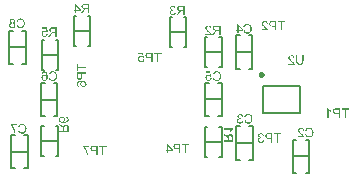
<source format=gbo>
%FSLAX23Y23*%
%MOIN*%
%SFA1B1*%

%IPPOS*%
%ADD10C,0.009840*%
%ADD12C,0.005910*%
%ADD13C,0.007870*%
%LNegt_can-1*%
%LPD*%
G36*
X1605Y431D02*
X1606Y431D01*
X1606Y431*
X1607Y431*
X1608Y431*
X1608Y430*
X1609Y430*
X1609Y430*
X1610Y430*
X1610Y429*
X1610Y429*
X1611Y429*
X1611Y429*
X1611Y429*
X1611Y429*
X1611Y429*
X1612Y428*
X1612Y428*
X1612Y427*
X1613Y427*
X1613Y426*
X1614Y425*
X1614Y424*
X1614Y424*
X1614Y423*
X1614Y423*
X1614Y422*
Y422*
X1614Y422*
Y422*
X1610Y422*
X1610Y423*
X1610Y424*
X1610Y424*
X1609Y425*
X1609Y426*
X1609Y426*
X1609Y426*
X1609Y426*
X1608Y427*
X1607Y427*
X1606Y428*
X1606Y428*
X1605Y428*
X1605Y428*
X1604Y428*
X1604*
X1603Y428*
X1602Y428*
X1602Y427*
X1601Y427*
X1600Y427*
X1600Y427*
X1600Y426*
X1600Y426*
X1599Y426*
X1599Y425*
X1598Y424*
X1598Y424*
X1598Y423*
X1598Y423*
X1598Y423*
Y423*
Y422*
X1598Y422*
X1598Y421*
X1599Y420*
X1599Y419*
X1599Y419*
X1600Y418*
X1600Y418*
X1600Y418*
X1600Y418*
Y418*
X1600Y417*
X1601Y417*
X1601Y416*
X1602Y416*
X1603Y415*
X1604Y414*
X1605Y413*
X1605Y413*
X1606Y412*
X1606Y412*
X1606Y412*
X1607Y411*
X1607Y411*
X1607Y411*
X1608Y410*
X1609Y409*
X1610Y408*
X1611Y408*
X1611Y407*
X1612Y407*
X1612Y406*
X1612Y406*
Y406*
X1613Y406*
X1613Y405*
X1614Y404*
X1614Y404*
X1614Y403*
X1614Y403*
X1614Y402*
X1614Y402*
Y402*
X1615Y402*
X1615Y401*
X1615Y401*
X1615Y400*
X1615Y400*
Y400*
Y400*
Y400*
X1594*
Y403*
X1610*
X1609Y404*
X1609Y404*
X1609Y405*
X1608Y405*
X1608Y405*
X1608Y405*
X1608Y405*
X1608Y406*
X1607Y406*
X1607Y406*
X1606Y407*
X1605Y408*
X1605Y408*
X1604Y409*
X1604Y409*
X1604Y409*
X1604Y409*
X1603Y409*
X1603Y409*
X1603Y410*
X1602Y411*
X1601Y411*
X1601Y412*
X1600Y412*
X1600Y413*
X1599Y413*
X1599Y413*
X1599Y414*
X1598Y414*
X1598Y414*
X1598Y414*
X1598Y415*
X1598Y415*
X1597Y416*
X1596Y416*
X1596Y417*
X1596Y417*
X1595Y418*
X1595Y418*
X1595Y419*
X1595Y419*
X1595Y419*
X1594Y420*
X1594Y421*
X1594Y421*
X1594Y422*
X1594Y422*
Y422*
Y422*
X1594Y423*
X1594Y424*
X1594Y424*
X1595Y425*
X1595Y426*
X1595Y427*
X1596Y427*
X1596Y428*
X1596Y428*
X1596Y428*
X1597Y428*
X1597Y428*
X1597Y429*
X1597Y429*
X1597Y429*
X1598Y429*
X1598Y430*
X1599Y430*
X1600Y430*
X1601Y431*
X1602Y431*
X1602Y431*
X1603Y431*
X1603Y431*
X1604Y431*
X1604*
X1605Y431*
G37*
G36*
X1645Y413D02*
Y412D01*
X1644Y411*
X1644Y410*
X1644Y409*
X1644Y409*
X1644Y408*
X1644Y408*
X1644Y407*
X1644Y406*
X1644Y406*
X1644Y406*
X1644Y405*
X1643Y405*
X1643Y405*
X1643Y405*
Y405*
X1643Y404*
X1642Y403*
X1642Y402*
X1641Y402*
X1640Y401*
X1640Y401*
X1640Y401*
X1639Y401*
X1639Y400*
X1639*
X1638Y400*
X1637Y400*
X1636Y399*
X1635Y399*
X1634Y399*
X1634Y399*
X1633Y399*
X1633*
X1632Y399*
X1632*
X1630Y399*
X1630Y399*
X1629Y399*
X1628Y399*
X1628Y400*
X1627Y400*
X1627Y400*
X1626Y400*
X1626Y400*
X1626Y400*
X1625Y400*
X1625Y401*
X1625Y401*
X1625Y401*
X1625*
X1624Y401*
X1623Y402*
X1622Y403*
X1622Y404*
X1621Y404*
X1621Y405*
X1621Y405*
X1621Y405*
X1621Y405*
Y405*
X1621Y406*
X1620Y406*
X1620Y408*
X1620Y409*
X1620Y410*
X1620Y411*
X1620Y411*
Y412*
X1620Y412*
Y412*
Y413*
Y413*
Y413*
Y431*
X1624*
Y413*
Y412*
X1624Y411*
X1624Y410*
X1624Y409*
X1624Y408*
X1625Y408*
X1625Y407*
X1625Y407*
X1625Y406*
X1625Y406*
X1625Y405*
X1626Y405*
X1626Y405*
X1626Y405*
X1626Y405*
X1626Y405*
X1626Y404*
X1627Y404*
X1628Y404*
X1629Y403*
X1630Y403*
X1631Y403*
X1631Y403*
X1632*
X1632Y403*
X1632*
X1633Y403*
X1634Y403*
X1635Y403*
X1636Y403*
X1636Y403*
X1637Y404*
X1637Y404*
X1637Y404*
X1638Y404*
X1638Y405*
X1639Y405*
X1639Y406*
X1639Y406*
X1639Y406*
X1640Y407*
X1640Y407*
X1640Y407*
X1640Y408*
X1640Y409*
X1640Y410*
X1640Y411*
X1640Y411*
Y412*
X1640Y412*
Y412*
Y413*
Y413*
Y413*
Y431*
X1645*
Y413*
G37*
G36*
X1113Y423D02*
X1109Y423D01*
X1109Y423*
X1108Y424*
X1108Y424*
X1108Y425*
X1107Y425*
X1107Y425*
X1107Y425*
X1107Y425*
X1106Y425*
X1106Y426*
X1105Y426*
X1105Y426*
X1104Y426*
X1104Y426*
X1103*
X1102Y426*
X1101Y426*
X1101Y425*
X1100Y425*
X1099Y425*
X1099Y424*
X1099Y424*
X1099Y424*
Y424*
X1098Y423*
X1097Y422*
X1097Y422*
X1097Y421*
X1097Y420*
X1097Y420*
Y419*
X1097Y419*
Y419*
Y419*
Y419*
Y418*
X1097Y418*
X1097Y416*
X1097Y416*
X1098Y415*
X1098Y414*
X1098Y414*
X1098Y413*
X1099Y413*
X1099Y413*
X1099Y413*
X1099Y413*
X1099Y413*
X1100Y412*
X1101Y412*
X1102Y411*
X1102Y411*
X1103Y411*
X1103Y411*
X1103*
X1104Y411*
X1105Y411*
X1106Y412*
X1106Y412*
X1107Y412*
X1107Y412*
X1107Y413*
X1107Y413*
X1108Y413*
X1108Y414*
X1109Y415*
X1109Y415*
X1109Y416*
X1109Y417*
X1109Y417*
X1109Y417*
Y417*
Y417*
X1113Y417*
X1113Y416*
X1113Y415*
X1113Y414*
X1112Y413*
X1112Y412*
X1112Y412*
X1112Y412*
X1111Y411*
X1111Y411*
X1111Y411*
X1111Y411*
X1111Y410*
X1110Y410*
X1110Y410*
X1110Y410*
X1109Y410*
X1109Y409*
X1108Y409*
X1107Y409*
X1106Y408*
X1105Y408*
X1105Y408*
X1104Y408*
X1104Y408*
X1104Y408*
X1103*
X1102Y408*
X1102Y408*
X1101Y408*
X1100Y409*
X1099Y409*
X1098Y409*
X1098Y410*
X1097Y410*
X1097Y410*
X1096Y411*
X1096Y411*
X1096Y411*
X1095Y411*
X1095Y412*
X1095Y412*
X1095Y412*
X1095Y412*
X1094Y413*
X1094Y414*
X1094Y414*
X1093Y415*
X1093Y417*
X1093Y417*
X1093Y418*
X1093Y418*
X1093Y418*
X1093Y419*
Y419*
Y419*
Y419*
X1093Y420*
X1093Y421*
X1093Y422*
X1093Y422*
X1093Y423*
X1094Y423*
X1094Y424*
X1094Y425*
X1094Y425*
X1095Y425*
X1095Y426*
X1095Y426*
X1095Y426*
X1095Y426*
X1095Y426*
X1095Y427*
X1096Y427*
X1097Y427*
X1097Y428*
X1098Y428*
X1098Y428*
X1099Y429*
X1100Y429*
X1101Y429*
X1101Y429*
X1101Y429*
X1102Y429*
X1102Y429*
X1103*
X1104Y429*
X1105Y429*
X1106Y429*
X1107Y428*
X1107Y428*
X1108Y428*
X1108Y428*
X1108Y428*
X1108Y427*
X1108Y427*
X1108Y427*
X1107Y436*
X1094*
Y440*
X1110*
X1113Y423*
G37*
G36*
X1171Y436D02*
X1160D01*
Y409*
X1156*
Y436*
X1146*
Y440*
X1171*
Y436*
G37*
G36*
X1141Y409D02*
X1137D01*
Y421*
X1129*
X1128Y421*
X1127Y421*
X1126Y422*
X1125Y422*
X1124Y422*
X1123Y422*
X1123Y422*
X1122Y423*
X1121Y423*
X1121Y423*
X1121Y423*
X1120Y424*
X1120Y424*
X1120Y424*
X1120Y424*
X1120Y424*
X1119Y425*
X1119Y425*
X1119Y426*
X1118Y426*
X1118Y427*
X1118Y427*
X1118Y428*
X1117Y429*
X1117Y429*
X1117Y430*
X1117Y430*
X1117Y430*
Y431*
Y431*
Y431*
X1117Y432*
X1117Y433*
X1118Y433*
X1118Y434*
X1118Y434*
X1118Y435*
X1118Y435*
X1118Y435*
X1119Y436*
X1119Y436*
X1119Y437*
X1120Y437*
X1120Y438*
X1120Y438*
X1121Y438*
X1121Y438*
X1121Y439*
X1122Y439*
X1123Y439*
X1123Y439*
X1124Y439*
X1124Y440*
X1125Y440*
X1125*
X1125Y440*
X1126Y440*
X1127Y440*
X1128Y440*
X1128Y440*
X1141*
Y409*
G37*
G36*
X892Y392D02*
X920D01*
Y388*
X892*
Y378*
X889*
Y403*
X892*
Y392*
G37*
G36*
X920Y369D02*
X907D01*
Y361*
X907Y360*
X907Y359*
X907Y358*
X907Y357*
X907Y356*
X906Y356*
X906Y355*
X906Y354*
X906Y354*
X905Y353*
X905Y353*
X905Y353*
X905Y352*
X905Y352*
X905Y352*
X905Y352*
X904Y352*
X903Y351*
X903Y351*
X902Y351*
X902Y350*
X901Y350*
X900Y350*
X900Y350*
X899Y350*
X899Y350*
X898Y350*
X898Y350*
X898*
X898*
X898*
X897Y350*
X896Y350*
X895Y350*
X895Y350*
X894Y350*
X894Y350*
X894Y350*
X893Y351*
X893Y351*
X892Y351*
X892Y352*
X891Y352*
X891Y353*
X891Y353*
X890Y353*
X890Y353*
X890Y354*
X890Y354*
X889Y355*
X889Y356*
X889Y356*
X889Y357*
X889Y357*
Y357*
X889Y358*
X889Y358*
X889Y359*
X889Y360*
X889Y361*
Y374*
X920*
Y369*
G37*
G36*
X907Y346D02*
X908Y346D01*
X910Y346*
X911Y346*
X912Y345*
X913Y345*
X914Y345*
X914Y344*
X915Y344*
X916Y344*
X916Y344*
X916Y343*
X917Y343*
X917Y343*
X917Y343*
X917Y343*
X918Y342*
X918Y342*
X919Y341*
X919Y340*
X920Y340*
X920Y339*
X920Y339*
X920Y338*
X920Y337*
X920Y337*
X921Y336*
X921Y336*
Y336*
X921Y335*
Y335*
X921Y334*
X920Y333*
X920Y332*
X920Y331*
X920Y331*
X920Y330*
X919Y330*
X919Y330*
X919Y330*
Y330*
X919Y329*
X918Y328*
X918Y328*
X917Y327*
X916Y327*
X916Y327*
X916Y327*
X916Y327*
X915Y326*
X915*
X914Y326*
X913Y326*
X913Y325*
X912Y325*
X911Y325*
X911*
X910Y325*
X910*
X910*
X910*
X910*
X909Y325*
X908Y325*
X908Y325*
X907Y326*
X906Y326*
X906Y326*
X905Y326*
X905Y327*
X904Y327*
X904Y327*
X903Y327*
X903Y327*
X903Y328*
X903Y328*
X903Y328*
X903Y328*
X902Y328*
X902Y329*
X901Y330*
X901Y330*
X901Y331*
X900Y331*
X900Y332*
X900Y333*
X900Y333*
X900Y334*
X900Y334*
X900Y334*
Y335*
X900Y335*
X900Y336*
X900Y337*
X900Y337*
X900Y338*
X901Y338*
X901Y339*
X901Y339*
Y339*
X901Y340*
X902Y340*
X902Y341*
X903Y341*
X903Y342*
X904Y342*
X904Y342*
X904Y342*
X903*
X902Y342*
X902Y342*
X901Y342*
X900Y342*
X900Y342*
X899Y342*
X899Y342*
X898Y342*
X898Y341*
X897Y341*
X897Y341*
X897Y341*
X897Y341*
X897Y341*
X897*
X896Y341*
X895Y340*
X894Y340*
X894Y339*
X893Y339*
X893Y339*
X893Y338*
X893Y338*
X892Y338*
X892Y337*
X892Y337*
X892Y336*
X892Y336*
X892Y335*
Y335*
X892Y334*
X892Y333*
X892Y333*
X893Y332*
X893Y332*
X893Y331*
X893Y331*
X893Y331*
X894Y331*
X894Y330*
X895Y330*
X895Y330*
X896Y330*
X896Y330*
X897Y330*
X897Y330*
X897*
X896Y326*
X895Y326*
X894Y326*
X893Y327*
X892Y327*
X891Y328*
X891Y328*
X891Y328*
X891Y328*
X891Y328*
X891Y329*
X891Y329*
X890Y329*
X890Y330*
X889Y331*
X889Y332*
X889Y333*
X889Y333*
X889Y334*
Y334*
X888Y334*
Y335*
X889Y336*
X889Y336*
X889Y337*
X889Y338*
X889Y339*
X890Y339*
X890Y340*
X890Y341*
X891Y341*
X891Y341*
X891Y342*
X892Y342*
X892Y342*
X892Y343*
X892Y343*
X892Y343*
X893Y343*
X894Y344*
X895Y344*
X896Y345*
X897Y345*
X898Y345*
X899Y345*
X900Y346*
X901Y346*
X902Y346*
X903Y346*
X904Y346*
X905*
X905Y346*
X905*
X905*
X905*
X905*
X907Y346*
G37*
G36*
X1504Y171D02*
X1505Y171D01*
X1506Y170*
X1507Y170*
X1508Y170*
X1508Y170*
X1508Y169*
X1508Y169*
X1509Y169*
X1509Y169*
X1509Y169*
X1509Y169*
X1510Y168*
X1510Y167*
X1511Y166*
X1511Y165*
X1512Y164*
X1512Y164*
X1512Y164*
X1512Y163*
X1512Y163*
X1512Y163*
Y163*
X1508Y162*
X1508Y163*
X1508Y164*
X1507Y165*
X1507Y165*
X1507Y166*
X1506Y166*
X1506Y166*
X1506Y167*
X1506Y167*
X1505Y167*
X1504Y168*
X1504Y168*
X1503Y168*
X1503Y168*
X1503*
X1502Y168*
X1501Y168*
X1500Y167*
X1500Y167*
X1499Y167*
X1499Y167*
X1499Y167*
X1499Y167*
X1498Y166*
X1498Y165*
X1498Y165*
X1498Y164*
X1497Y164*
X1497Y163*
Y163*
Y163*
Y163*
Y163*
X1497Y162*
X1498Y161*
X1498Y161*
X1498Y160*
X1499Y160*
X1499Y159*
X1499Y159*
X1499Y159*
X1499*
X1500Y159*
X1501Y158*
X1502Y158*
X1502Y158*
X1503Y158*
X1503Y158*
X1504*
X1504Y158*
X1504*
X1505Y154*
X1504Y155*
X1504Y155*
X1503Y155*
X1503Y155*
X1503Y155*
X1502*
X1501Y155*
X1500Y155*
X1500Y154*
X1499Y154*
X1498Y154*
X1498Y153*
X1498Y153*
X1498Y153*
X1497Y152*
X1497Y152*
X1496Y151*
X1496Y150*
X1496Y150*
X1496Y149*
X1496Y149*
Y149*
Y149*
Y149*
X1496Y148*
X1496Y147*
X1497Y146*
X1497Y145*
X1497Y145*
X1498Y144*
X1498Y144*
X1498Y144*
X1499Y143*
X1499Y143*
X1500Y143*
X1501Y142*
X1501Y142*
X1502Y142*
X1502Y142*
X1502*
X1503Y142*
X1504Y142*
X1505Y143*
X1505Y143*
X1506Y143*
X1506Y143*
X1506Y144*
X1506Y144*
X1507Y144*
X1507Y145*
X1508Y146*
X1508Y147*
X1508Y147*
X1508Y148*
X1508Y148*
X1508Y148*
X1509Y148*
X1509Y148*
Y148*
X1512Y148*
X1512Y147*
X1512Y146*
X1512Y145*
X1511Y144*
X1511Y144*
X1511Y143*
X1510Y143*
X1510Y142*
X1510Y142*
X1510Y142*
X1510Y142*
X1509Y142*
X1509Y141*
X1509Y141*
X1509Y141*
X1508Y141*
X1508Y140*
X1507Y140*
X1506Y140*
X1505Y139*
X1504Y139*
X1504Y139*
X1504Y139*
X1503Y139*
X1503Y139*
X1502*
X1502Y139*
X1501Y139*
X1500Y139*
X1499Y139*
X1499Y140*
X1498Y140*
X1497Y140*
X1497Y140*
X1496Y141*
X1496Y141*
X1496Y141*
X1495Y141*
X1495Y142*
X1495Y142*
X1495Y142*
X1495Y142*
X1494Y142*
X1494Y143*
X1493Y144*
X1493Y144*
X1493Y145*
X1493Y145*
X1492Y146*
X1492Y147*
X1492Y147*
X1492Y148*
X1492Y148*
X1492Y148*
Y149*
Y149*
Y149*
X1492Y150*
X1492Y151*
X1492Y152*
X1493Y152*
X1493Y153*
X1493Y154*
X1493Y154*
X1493Y154*
X1494Y155*
X1495Y155*
X1495Y156*
X1496Y156*
X1497Y156*
X1497Y156*
X1497Y156*
X1498Y157*
X1498Y157*
X1498*
X1497Y157*
X1496Y157*
X1496Y158*
X1495Y158*
X1495Y159*
X1495Y159*
X1495Y159*
X1495Y159*
X1494Y160*
X1494Y160*
X1494Y161*
X1494Y162*
X1493Y162*
X1493Y163*
Y163*
Y163*
X1493Y164*
X1494Y164*
X1494Y165*
X1494Y166*
X1494Y166*
X1494Y167*
X1495Y167*
X1495Y167*
X1495Y168*
X1496Y168*
X1496Y169*
X1497Y169*
X1497Y170*
X1498Y170*
X1498Y170*
X1498Y170*
X1498*
X1499Y170*
X1500Y171*
X1500Y171*
X1501Y171*
X1502Y171*
X1502Y171*
X1503*
X1504Y171*
G37*
G36*
X1570Y167D02*
X1559D01*
Y140*
X1555*
Y167*
X1545*
Y171*
X1570*
Y167*
G37*
G36*
X1540Y140D02*
X1536D01*
Y152*
X1528*
X1527Y152*
X1526Y152*
X1525Y153*
X1524Y153*
X1523Y153*
X1522Y153*
X1522Y153*
X1521Y154*
X1520Y154*
X1520Y154*
X1520Y154*
X1519Y155*
X1519Y155*
X1519Y155*
X1519Y155*
X1519Y155*
X1518Y156*
X1518Y156*
X1518Y157*
X1517Y157*
X1517Y158*
X1517Y158*
X1517Y159*
X1516Y160*
X1516Y160*
X1516Y161*
X1516Y161*
X1516Y161*
Y162*
Y162*
Y162*
X1516Y163*
X1516Y164*
X1517Y164*
X1517Y165*
X1517Y165*
X1517Y166*
X1517Y166*
X1517Y166*
X1518Y167*
X1518Y167*
X1518Y168*
X1519Y168*
X1519Y169*
X1519Y169*
X1520Y169*
X1520Y169*
X1520Y170*
X1521Y170*
X1522Y170*
X1522Y170*
X1523Y170*
X1523Y171*
X1524Y171*
X1524*
X1524Y171*
X1525Y171*
X1526Y171*
X1527Y171*
X1527Y171*
X1540*
Y140*
G37*
G36*
X1727Y253D02*
X1727Y253D01*
X1728Y252*
X1729Y251*
X1729Y251*
X1729Y250*
X1730Y250*
X1730Y250*
X1730Y250*
X1730Y250*
X1731Y249*
X1732Y248*
X1733Y248*
X1734Y247*
X1734Y247*
X1735Y247*
X1735Y246*
X1735Y246*
X1735Y246*
X1735Y246*
X1736*
Y242*
X1735Y243*
X1734Y243*
X1733Y243*
X1733Y244*
X1732Y244*
X1732Y244*
X1732Y244*
X1732Y244*
X1731*
X1731Y245*
X1730Y245*
X1729Y246*
X1729Y246*
X1728Y247*
X1728Y247*
X1728Y247*
X1728Y247*
Y223*
X1724*
Y254*
X1726*
X1727Y253*
G37*
G36*
X1796Y250D02*
X1785D01*
Y223*
X1781*
Y250*
X1771*
Y254*
X1796*
Y250*
G37*
G36*
X1766Y223D02*
X1762D01*
Y235*
X1754*
X1753Y235*
X1752Y235*
X1751Y236*
X1750Y236*
X1749Y236*
X1748Y236*
X1748Y236*
X1747Y237*
X1746Y237*
X1746Y237*
X1746Y237*
X1745Y238*
X1745Y238*
X1745Y238*
X1745Y238*
X1745Y238*
X1744Y239*
X1744Y239*
X1744Y240*
X1743Y240*
X1743Y241*
X1743Y241*
X1743Y242*
X1742Y243*
X1742Y243*
X1742Y244*
X1742Y244*
X1742Y244*
Y245*
Y245*
Y245*
X1742Y246*
X1742Y247*
X1743Y247*
X1743Y248*
X1743Y248*
X1743Y249*
X1743Y249*
X1743Y249*
X1744Y250*
X1744Y250*
X1744Y251*
X1745Y251*
X1745Y252*
X1745Y252*
X1746Y252*
X1746Y252*
X1746Y253*
X1747Y253*
X1748Y253*
X1748Y253*
X1749Y253*
X1749Y254*
X1750Y254*
X1750*
X1750Y254*
X1751Y254*
X1752Y254*
X1753Y254*
X1753Y254*
X1766*
Y223*
G37*
G36*
X1516Y545D02*
X1517Y545D01*
X1517Y545*
X1518Y545*
X1519Y545*
X1519Y544*
X1520Y544*
X1520Y544*
X1521Y544*
X1521Y543*
X1521Y543*
X1522Y543*
X1522Y543*
X1522Y543*
X1522Y543*
X1522Y543*
X1523Y542*
X1523Y542*
X1524Y541*
X1524Y541*
X1524Y540*
X1525Y539*
X1525Y538*
X1525Y538*
X1525Y537*
X1525Y537*
X1525Y536*
Y536*
X1525Y536*
Y536*
X1521Y536*
X1521Y537*
X1521Y538*
X1521Y538*
X1520Y539*
X1520Y540*
X1520Y540*
X1520Y540*
X1520Y540*
X1519Y541*
X1518Y541*
X1517Y542*
X1517Y542*
X1516Y542*
X1516Y542*
X1515Y542*
X1515*
X1514Y542*
X1513Y542*
X1513Y541*
X1512Y541*
X1511Y541*
X1511Y541*
X1511Y540*
X1511Y540*
X1510Y540*
X1510Y539*
X1510Y538*
X1509Y538*
X1509Y537*
X1509Y537*
X1509Y537*
Y537*
Y536*
X1509Y536*
X1509Y535*
X1510Y534*
X1510Y533*
X1510Y533*
X1511Y532*
X1511Y532*
X1511Y532*
X1511Y532*
Y532*
X1511Y531*
X1512Y531*
X1512Y530*
X1513Y530*
X1514Y529*
X1515Y528*
X1516Y527*
X1516Y527*
X1517Y526*
X1517Y526*
X1517Y526*
X1518Y525*
X1518Y525*
X1518Y525*
X1519Y524*
X1520Y523*
X1521Y522*
X1522Y522*
X1522Y521*
X1523Y521*
X1523Y520*
X1523Y520*
Y520*
X1524Y520*
X1524Y519*
X1525Y518*
X1525Y518*
X1525Y517*
X1525Y517*
X1526Y516*
X1526Y516*
Y516*
X1526Y516*
X1526Y515*
X1526Y515*
X1526Y514*
X1526Y514*
Y514*
Y514*
Y514*
X1505*
Y517*
X1521*
X1520Y518*
X1520Y518*
X1520Y519*
X1519Y519*
X1519Y519*
X1519Y519*
X1519Y519*
X1519Y520*
X1519Y520*
X1518Y520*
X1517Y521*
X1516Y522*
X1516Y522*
X1515Y523*
X1515Y523*
X1515Y523*
X1515Y523*
X1515Y523*
X1515Y523*
X1514Y524*
X1513Y525*
X1512Y525*
X1512Y526*
X1511Y526*
X1511Y527*
X1510Y527*
X1510Y527*
X1510Y528*
X1509Y528*
X1509Y528*
X1509Y528*
X1509Y529*
X1509Y529*
X1508Y530*
X1507Y530*
X1507Y531*
X1507Y531*
X1506Y532*
X1506Y532*
X1506Y533*
X1506Y533*
X1506Y533*
X1506Y534*
X1505Y535*
X1505Y535*
X1505Y536*
X1505Y536*
Y536*
Y536*
X1505Y537*
X1505Y538*
X1505Y538*
X1506Y539*
X1506Y540*
X1507Y541*
X1507Y541*
X1507Y542*
X1507Y542*
X1507Y542*
X1508Y542*
X1508Y542*
X1508Y543*
X1508Y543*
X1508Y543*
X1509Y543*
X1510Y544*
X1510Y544*
X1511Y544*
X1512Y545*
X1513Y545*
X1513Y545*
X1514Y545*
X1514Y545*
X1515Y545*
X1515*
X1516Y545*
G37*
G36*
X1583Y541D02*
X1572D01*
Y514*
X1568*
Y541*
X1558*
Y545*
X1583*
Y541*
G37*
G36*
X1553Y514D02*
X1549D01*
Y526*
X1541*
X1540Y526*
X1539Y526*
X1538Y527*
X1537Y527*
X1536Y527*
X1535Y527*
X1535Y527*
X1534Y528*
X1533Y528*
X1533Y528*
X1533Y528*
X1532Y529*
X1532Y529*
X1532Y529*
X1532Y529*
X1532Y529*
X1531Y530*
X1531Y530*
X1531Y531*
X1530Y531*
X1530Y532*
X1530Y532*
X1530Y533*
X1529Y534*
X1529Y534*
X1529Y535*
X1529Y535*
X1529Y535*
Y536*
Y536*
Y536*
X1529Y537*
X1529Y538*
X1530Y538*
X1530Y539*
X1530Y539*
X1530Y540*
X1530Y540*
X1530Y540*
X1531Y541*
X1531Y541*
X1531Y542*
X1532Y542*
X1532Y543*
X1532Y543*
X1533Y543*
X1533Y543*
X1533Y544*
X1534Y544*
X1535Y544*
X1535Y544*
X1536Y544*
X1536Y545*
X1537Y545*
X1537*
X1537Y545*
X1538Y545*
X1539Y545*
X1540Y545*
X1540Y545*
X1553*
Y514*
G37*
G36*
X1264Y132D02*
X1253D01*
Y105*
X1249*
Y132*
X1239*
Y136*
X1264*
Y132*
G37*
G36*
X1234Y105D02*
X1230D01*
Y117*
X1222*
X1221Y117*
X1220Y117*
X1219Y118*
X1218Y118*
X1217Y118*
X1216Y118*
X1216Y118*
X1215Y119*
X1214Y119*
X1214Y119*
X1214Y119*
X1213Y120*
X1213Y120*
X1213Y120*
X1213Y120*
X1213Y120*
X1212Y121*
X1212Y121*
X1212Y122*
X1211Y122*
X1211Y123*
X1211Y123*
X1211Y124*
X1210Y125*
X1210Y125*
X1210Y126*
X1210Y126*
X1210Y126*
Y127*
Y127*
Y127*
X1210Y128*
X1210Y129*
X1211Y129*
X1211Y130*
X1211Y130*
X1211Y131*
X1211Y131*
X1211Y131*
X1212Y132*
X1212Y132*
X1212Y133*
X1213Y133*
X1213Y134*
X1213Y134*
X1214Y134*
X1214Y134*
X1214Y135*
X1215Y135*
X1216Y135*
X1216Y135*
X1217Y135*
X1217Y136*
X1218Y136*
X1218*
X1218Y136*
X1219Y136*
X1220Y136*
X1221Y136*
X1221Y136*
X1234*
Y105*
G37*
G36*
X1208Y116D02*
Y112D01*
X1194*
Y105*
X1190*
Y112*
X1186*
Y116*
X1190*
Y136*
X1193*
X1208Y116*
G37*
G36*
X988Y126D02*
X977D01*
Y99*
X973*
Y126*
X963*
Y130*
X988*
Y126*
G37*
G36*
X958Y99D02*
X954D01*
Y111*
X946*
X945Y111*
X944Y111*
X943Y112*
X942Y112*
X941Y112*
X940Y112*
X940Y112*
X939Y113*
X938Y113*
X938Y113*
X938Y113*
X937Y114*
X937Y114*
X937Y114*
X937Y114*
X937Y114*
X936Y115*
X936Y115*
X936Y116*
X935Y116*
X935Y117*
X935Y117*
X935Y118*
X934Y119*
X934Y119*
X934Y120*
X934Y120*
X934Y120*
Y121*
Y121*
Y121*
X934Y122*
X934Y123*
X935Y123*
X935Y124*
X935Y124*
X935Y125*
X935Y125*
X935Y125*
X936Y126*
X936Y126*
X936Y127*
X937Y127*
X937Y128*
X937Y128*
X938Y128*
X938Y128*
X938Y129*
X939Y129*
X940Y129*
X940Y129*
X941Y129*
X941Y130*
X942Y130*
X942*
X942Y130*
X943Y130*
X944Y130*
X945Y130*
X945Y130*
X958*
Y99*
G37*
G36*
X930Y126D02*
X915D01*
X916Y125*
X917Y123*
X918Y122*
X919Y120*
X919Y120*
X919Y119*
X920Y119*
X920Y118*
X920Y118*
X920Y118*
X920Y118*
X920Y118*
X921Y116*
X922Y114*
X923Y112*
X923Y111*
X923Y111*
X924Y110*
X924Y109*
X924Y109*
X924Y108*
X924Y108*
X924Y108*
X924Y107*
Y107*
X925Y106*
X925Y105*
X925Y104*
X925Y103*
X925Y102*
X926Y102*
X926Y101*
X926Y100*
X926Y100*
X926Y100*
Y99*
X926Y99*
Y99*
Y99*
Y99*
X922*
X922Y100*
X921Y102*
X921Y103*
X921Y104*
X921Y105*
X921Y105*
X921Y106*
X921Y106*
X921Y106*
X920Y107*
X920Y107*
X920Y107*
Y107*
X920Y109*
X919Y111*
X919Y112*
X918Y113*
X918Y114*
X917Y115*
X917Y115*
X917Y116*
X917Y117*
X916Y117*
X916Y118*
X916Y118*
X916Y118*
X916Y118*
X915Y119*
X915Y120*
X914Y121*
X914Y122*
X913Y122*
X913Y123*
X912Y124*
X912Y124*
X911Y125*
X911Y125*
X911Y126*
X910Y126*
X910Y126*
X910Y126*
X910Y126*
X910Y127*
Y130*
X930*
Y126*
G37*
G36*
X1328Y530D02*
X1329Y530D01*
X1329Y530*
X1330Y530*
X1331Y530*
X1331Y529*
X1332Y529*
X1332Y529*
X1333Y529*
X1333Y528*
X1333Y528*
X1334Y528*
X1334Y528*
X1334Y528*
X1334Y528*
X1334Y528*
X1335Y527*
X1335Y527*
X1335Y526*
X1336Y526*
X1336Y525*
X1337Y524*
X1337Y523*
X1337Y523*
X1337Y522*
X1337Y522*
X1337Y521*
Y521*
X1337Y521*
Y521*
X1333Y521*
X1333Y522*
X1333Y523*
X1333Y523*
X1332Y524*
X1332Y525*
X1332Y525*
X1332Y525*
X1332Y525*
X1331Y526*
X1330Y526*
X1329Y527*
X1329Y527*
X1328Y527*
X1328Y527*
X1327Y527*
X1327*
X1326Y527*
X1325Y527*
X1325Y526*
X1324Y526*
X1323Y526*
X1323Y526*
X1323Y525*
X1323Y525*
X1322Y525*
X1322Y524*
X1321Y523*
X1321Y523*
X1321Y522*
X1321Y522*
X1321Y522*
Y522*
Y521*
X1321Y521*
X1321Y520*
X1322Y519*
X1322Y518*
X1322Y518*
X1323Y517*
X1323Y517*
X1323Y517*
X1323Y517*
Y517*
X1323Y516*
X1324Y516*
X1324Y515*
X1325Y515*
X1326Y514*
X1327Y513*
X1328Y512*
X1328Y512*
X1329Y511*
X1329Y511*
X1329Y511*
X1330Y510*
X1330Y510*
X1330Y510*
X1331Y509*
X1332Y508*
X1333Y507*
X1334Y507*
X1334Y506*
X1335Y506*
X1335Y505*
X1335Y505*
Y505*
X1336Y505*
X1336Y504*
X1337Y503*
X1337Y503*
X1337Y502*
X1337Y502*
X1337Y501*
X1337Y501*
Y501*
X1338Y501*
X1338Y500*
X1338Y500*
X1338Y499*
X1338Y499*
Y499*
Y499*
Y499*
X1317*
Y502*
X1333*
X1332Y503*
X1332Y503*
X1332Y504*
X1331Y504*
X1331Y504*
X1331Y504*
X1331Y504*
X1331Y505*
X1330Y505*
X1330Y505*
X1329Y506*
X1328Y507*
X1328Y507*
X1327Y508*
X1327Y508*
X1327Y508*
X1327Y508*
X1326Y508*
X1326Y508*
X1326Y509*
X1325Y510*
X1324Y510*
X1324Y511*
X1323Y511*
X1323Y512*
X1322Y512*
X1322Y512*
X1322Y513*
X1321Y513*
X1321Y513*
X1321Y513*
X1321Y514*
X1321Y514*
X1320Y515*
X1319Y515*
X1319Y516*
X1319Y516*
X1318Y517*
X1318Y517*
X1318Y518*
X1318Y518*
X1318Y518*
X1317Y519*
X1317Y520*
X1317Y520*
X1317Y521*
X1317Y521*
Y521*
Y521*
X1317Y522*
X1317Y523*
X1317Y523*
X1317Y524*
X1318Y525*
X1318Y526*
X1319Y526*
X1319Y527*
X1319Y527*
X1319Y527*
X1320Y527*
X1320Y527*
X1320Y528*
X1320Y528*
X1320Y528*
X1321Y528*
X1321Y529*
X1322Y529*
X1323Y529*
X1324Y530*
X1325Y530*
X1325Y530*
X1326Y530*
X1326Y530*
X1327Y530*
X1327*
X1328Y530*
G37*
G36*
X1368Y499D02*
X1363D01*
Y512*
X1358*
X1357Y512*
X1357*
X1357Y512*
X1357Y512*
X1356*
X1356Y512*
X1356*
X1355Y512*
X1355Y512*
X1355Y512*
X1355Y512*
X1354Y512*
X1354Y512*
X1354Y511*
X1354Y511*
X1354Y511*
X1353Y510*
X1353Y510*
X1352Y510*
X1352Y509*
X1352Y509*
X1352Y509*
X1351Y508*
X1351Y507*
X1350Y507*
X1350Y506*
X1349Y506*
X1349Y505*
X1349Y505*
X1349Y505*
Y505*
X1345Y499*
X1340*
X1345Y507*
X1346Y508*
X1346Y509*
X1347Y509*
X1348Y510*
X1348Y511*
X1348Y511*
X1349Y511*
X1349Y511*
X1349Y512*
X1349Y512*
X1350Y512*
X1351Y513*
X1351Y513*
X1351Y513*
X1351Y513*
X1350Y513*
X1350Y513*
X1349Y513*
X1348Y514*
X1348Y514*
X1347Y514*
X1347Y514*
X1346Y514*
X1346Y515*
X1345Y515*
X1345Y515*
X1345Y515*
X1345Y515*
X1345Y516*
X1345Y516*
X1345Y516*
X1344Y516*
X1344Y517*
X1343Y518*
X1343Y519*
X1343Y519*
X1342Y520*
X1342Y521*
Y521*
X1342Y521*
Y521*
Y521*
Y521*
X1342Y522*
X1343Y523*
X1343Y524*
X1343Y525*
X1343Y525*
X1343Y526*
X1344Y526*
X1344Y526*
Y526*
X1344Y527*
X1345Y527*
X1345Y528*
X1346Y528*
X1346Y529*
X1347Y529*
X1347Y529*
X1347Y529*
X1347*
X1348Y529*
X1348Y529*
X1349Y530*
X1350Y530*
X1351Y530*
X1352Y530*
X1353*
X1353Y530*
X1368*
Y499*
G37*
G36*
X791Y507D02*
X787Y507D01*
X787Y507*
X786Y508*
X786Y508*
X786Y509*
X785Y509*
X785Y509*
X785Y509*
X785Y509*
X784Y509*
X784Y510*
X783Y510*
X782Y510*
X782Y510*
X782Y510*
X781*
X780Y510*
X779Y510*
X778Y509*
X778Y509*
X777Y509*
X777Y508*
X777Y508*
X776Y508*
Y508*
X776Y507*
X775Y506*
X775Y506*
X775Y505*
X775Y504*
X775Y504*
Y503*
X775Y503*
Y503*
Y503*
Y503*
Y502*
X775Y502*
X775Y500*
X775Y500*
X776Y499*
X776Y498*
X776Y498*
X776Y497*
X776Y497*
X777Y497*
X777Y497*
X777Y497*
X777Y497*
X778Y496*
X779Y496*
X780Y495*
X780Y495*
X781Y495*
X781Y495*
X781*
X782Y495*
X783Y495*
X784Y496*
X784Y496*
X785Y496*
X785Y496*
X785Y497*
X785Y497*
X786Y497*
X786Y498*
X787Y499*
X787Y499*
X787Y500*
X787Y501*
X787Y501*
X787Y501*
Y501*
Y501*
X791Y501*
X791Y500*
X791Y499*
X791Y498*
X790Y497*
X790Y496*
X790Y496*
X789Y496*
X789Y495*
X789Y495*
X789Y495*
X789Y495*
X788Y494*
X788Y494*
X788Y494*
X788Y494*
X787Y494*
X787Y493*
X786Y493*
X785Y493*
X784Y492*
X783Y492*
X783Y492*
X782Y492*
X782Y492*
X782Y492*
X781*
X780Y492*
X779Y492*
X779Y492*
X778Y493*
X777Y493*
X776Y493*
X776Y494*
X775Y494*
X775Y494*
X774Y495*
X774Y495*
X774Y495*
X773Y495*
X773Y496*
X773Y496*
X773Y496*
X773Y496*
X772Y497*
X772Y498*
X772Y498*
X771Y499*
X771Y501*
X771Y501*
X771Y502*
X771Y502*
X771Y502*
X771Y503*
Y503*
Y503*
Y503*
X771Y504*
X771Y505*
X771Y506*
X771Y506*
X771Y507*
X771Y507*
X772Y508*
X772Y509*
X772Y509*
X772Y509*
X773Y510*
X773Y510*
X773Y510*
X773Y510*
X773Y510*
X773Y511*
X774Y511*
X774Y511*
X775Y512*
X776Y512*
X776Y512*
X777Y513*
X778Y513*
X778Y513*
X779Y513*
X779Y513*
X780Y513*
X780Y513*
X781*
X781Y513*
X783Y513*
X784Y513*
X784Y512*
X785Y512*
X786Y512*
X786Y512*
X786Y512*
X786Y511*
X786Y511*
X786Y511*
X785Y520*
X772*
Y524*
X788*
X791Y507*
G37*
G36*
X822Y493D02*
X817D01*
Y506*
X812*
X811Y506*
X811*
X811Y506*
X811Y506*
X810*
X810Y506*
X810*
X809Y506*
X809Y506*
X809Y506*
X809Y506*
X808Y506*
X808Y506*
X808Y505*
X808Y505*
X808Y505*
X807Y504*
X807Y504*
X806Y504*
X806Y503*
X806Y503*
X806Y503*
X805Y502*
X805Y501*
X804Y501*
X804Y500*
X803Y500*
X803Y499*
X803Y499*
X803Y499*
Y499*
X799Y493*
X794*
X799Y501*
X800Y502*
X800Y503*
X801Y503*
X802Y504*
X802Y505*
X802Y505*
X803Y505*
X803Y505*
X803Y506*
X803Y506*
X804Y506*
X805Y507*
X805Y507*
X805Y507*
X805Y507*
X804Y507*
X804Y507*
X803Y507*
X802Y508*
X802Y508*
X801Y508*
X801Y508*
X800Y508*
X800Y509*
X799Y509*
X799Y509*
X799Y509*
X799Y509*
X799Y510*
X799Y510*
X799Y510*
X798Y510*
X798Y511*
X797Y512*
X797Y513*
X797Y513*
X796Y514*
X796Y515*
Y515*
X796Y515*
Y515*
Y515*
Y515*
X796Y516*
X797Y517*
X797Y518*
X797Y519*
X797Y519*
X797Y520*
X798Y520*
X798Y520*
Y520*
X798Y521*
X799Y521*
X799Y522*
X800Y522*
X800Y523*
X801Y523*
X801Y523*
X801Y523*
X801*
X802Y523*
X802Y523*
X803Y524*
X804Y524*
X805Y524*
X806Y524*
X807*
X807Y524*
X822*
Y493*
G37*
G36*
X1409Y185D02*
X1408Y184D01*
X1408Y184*
X1407Y183*
X1406Y183*
X1406Y182*
X1405Y182*
X1405Y181*
X1405Y181*
X1405Y181*
X1405Y181*
X1404Y180*
X1403Y179*
X1403Y178*
X1402Y177*
X1402Y177*
X1402Y176*
X1401Y176*
X1401Y176*
X1401Y176*
X1401Y176*
Y176*
X1397*
X1398Y176*
X1398Y177*
X1398Y178*
X1399Y178*
X1399Y179*
X1399Y179*
X1399Y180*
X1399Y180*
Y180*
X1400Y180*
X1400Y181*
X1401Y182*
X1401Y182*
X1402Y183*
X1402Y183*
X1402Y183*
X1402Y183*
X1378*
Y187*
X1409*
Y185*
G37*
G36*
X1386Y165D02*
X1387Y164D01*
X1388Y164*
X1388Y163*
X1389Y162*
X1390Y162*
X1390Y162*
X1390Y161*
X1390Y161*
X1391Y161*
X1391Y161*
X1391Y160*
X1392Y159*
X1392Y159*
X1392Y159*
X1392Y159*
X1392Y160*
X1392Y160*
X1392Y161*
X1393Y162*
X1393Y162*
X1393Y163*
X1393Y163*
X1393Y164*
X1394Y164*
X1394Y165*
X1394Y165*
X1394Y165*
X1394Y165*
X1395Y165*
X1395Y165*
X1395Y165*
X1395Y166*
X1396Y166*
X1397Y167*
X1398Y167*
X1398Y167*
X1399Y168*
X1400Y168*
X1400*
X1400Y168*
X1400*
X1400*
X1400*
X1401Y168*
X1402Y167*
X1403Y167*
X1404Y167*
X1404Y167*
X1405Y167*
X1405Y166*
X1405Y166*
X1405*
X1406Y166*
X1406Y165*
X1407Y165*
X1407Y164*
X1408Y164*
X1408Y163*
X1408Y163*
X1408Y163*
Y163*
X1408Y162*
X1408Y162*
X1409Y161*
X1409Y160*
X1409Y159*
X1409Y158*
Y157*
X1409Y157*
Y143*
X1378*
Y147*
X1391*
Y152*
X1391Y153*
Y153*
X1391Y153*
X1391Y153*
Y154*
X1391Y154*
Y154*
X1391Y155*
X1391Y155*
X1391Y155*
X1391Y155*
X1391Y156*
X1391Y156*
X1390Y156*
X1390Y156*
X1390Y156*
X1389Y157*
X1389Y157*
X1389Y158*
X1388Y158*
X1388Y158*
X1388Y158*
X1387Y159*
X1386Y159*
X1386Y160*
X1385Y160*
X1385Y161*
X1384Y161*
X1384Y161*
X1384Y161*
X1384*
X1378Y165*
Y170*
X1386Y165*
G37*
G36*
X841Y226D02*
X841Y226D01*
X842Y226*
X843Y226*
X843Y226*
X844Y225*
X845Y225*
X845Y225*
X846Y225*
X846Y224*
X846Y224*
X847Y224*
X847Y224*
X847Y224*
X847Y224*
X847Y224*
X848Y223*
X848Y223*
X848Y222*
X849Y221*
X849Y221*
X849Y220*
X850Y219*
X850Y219*
X850Y218*
X850Y218*
X850Y218*
X850Y217*
Y217*
X850Y216*
X850Y215*
X850Y215*
X849Y214*
X849Y213*
X849Y213*
X849Y213*
X849Y213*
Y213*
X848Y212*
X848Y211*
X847Y211*
X847Y210*
X846Y210*
X846Y210*
X846Y209*
X846Y209*
X847*
X847Y209*
X848Y209*
X849Y209*
X849Y210*
X850Y210*
X851Y210*
X851Y210*
X852Y210*
X852Y210*
X852Y210*
X853Y210*
X853Y210*
X853Y210*
X853Y210*
X853*
X854Y211*
X855Y211*
X855Y212*
X856Y212*
X856Y213*
X857Y213*
X857Y213*
X857Y213*
X857Y214*
X857Y214*
X858Y215*
X858Y215*
X858Y216*
X858Y216*
Y217*
X858Y217*
X858Y218*
X857Y219*
X857Y219*
X857Y220*
X857Y220*
X856Y220*
X856Y220*
X856Y221*
X855Y221*
X855Y221*
X854Y222*
X854Y222*
X853Y222*
X853Y222*
X853Y222*
X853*
X853Y226*
X855Y226*
X856Y225*
X857Y225*
X858Y224*
X858Y224*
X858Y223*
X859Y223*
X859Y223*
X859Y223*
X859Y223*
X859Y223*
X859Y222*
X860Y222*
X860Y221*
X861Y220*
X861Y219*
X861Y218*
X861Y218*
Y217*
X861Y217*
Y217*
X861Y216*
X861Y215*
X861Y214*
X861Y213*
X860Y213*
X860Y212*
X860Y211*
X859Y211*
X859Y210*
X859Y210*
X858Y210*
X858Y209*
X858Y209*
X858Y209*
X858Y209*
X857Y209*
X857Y208*
X856Y208*
X855Y207*
X854Y207*
X853Y207*
X851Y206*
X850Y206*
X849Y206*
X848Y206*
X847Y206*
X846Y206*
X846Y205*
X845*
X845Y205*
X844*
X844*
X844*
X844*
X843Y205*
X841Y206*
X840Y206*
X839Y206*
X838Y206*
X837Y206*
X836Y207*
X835Y207*
X835Y207*
X834Y208*
X834Y208*
X833Y208*
X833Y208*
X833Y208*
X833Y208*
X833Y208*
X832Y209*
X831Y210*
X831Y210*
X830Y211*
X830Y212*
X830Y212*
X830Y213*
X829Y214*
X829Y214*
X829Y215*
X829Y215*
X829Y216*
Y216*
X829Y216*
Y216*
X829Y217*
X829Y218*
X829Y219*
X830Y220*
X830Y221*
X830Y221*
X830Y221*
X830Y221*
X830Y221*
Y221*
X831Y222*
X831Y223*
X832Y224*
X833Y224*
X833Y224*
X834Y225*
X834Y225*
X834Y225*
X834Y225*
X834*
X835Y225*
X836Y226*
X837Y226*
X838Y226*
X839Y226*
X839*
X839Y226*
X839*
X840*
X840*
X840*
X841Y226*
G37*
G36*
X838Y198D02*
X839Y197D01*
X840Y197*
X840Y196*
X841Y195*
X842Y195*
X842Y195*
X842Y194*
X842Y194*
X843Y194*
X843Y194*
X843Y193*
X844Y192*
X844Y192*
X844Y192*
X844Y192*
X844Y193*
X844Y193*
X844Y194*
X845Y195*
X845Y195*
X845Y196*
X845Y196*
X845Y197*
X846Y197*
X846Y198*
X846Y198*
X846Y198*
X846Y198*
X847Y198*
X847Y198*
X847Y198*
X847Y199*
X848Y199*
X849Y200*
X850Y200*
X850Y200*
X851Y201*
X852Y201*
X852*
X852Y201*
X852*
X852*
X852*
X853Y201*
X854Y200*
X855Y200*
X856Y200*
X856Y200*
X857Y200*
X857Y199*
X857Y199*
X857*
X858Y199*
X858Y198*
X859Y198*
X859Y197*
X860Y197*
X860Y196*
X860Y196*
X860Y196*
Y196*
X860Y195*
X860Y195*
X861Y194*
X861Y193*
X861Y192*
X861Y191*
Y190*
X861Y190*
Y176*
X830*
Y180*
X843*
Y185*
X843Y186*
Y186*
X843Y186*
X843Y186*
Y187*
X843Y187*
Y187*
X843Y188*
X843Y188*
X843Y188*
X843Y188*
X843Y189*
X843Y189*
X842Y189*
X842Y189*
X842Y189*
X841Y190*
X841Y190*
X841Y191*
X840Y191*
X840Y191*
X840Y191*
X839Y192*
X838Y192*
X838Y193*
X837Y193*
X837Y194*
X836Y194*
X836Y194*
X836Y194*
X836*
X830Y198*
Y203*
X838Y198*
G37*
G36*
X1210Y596D02*
X1211Y596D01*
X1212Y595*
X1213Y595*
X1213Y595*
X1214Y595*
X1214Y594*
X1214Y594*
X1214Y594*
X1215Y594*
X1215Y594*
X1215Y594*
X1216Y593*
X1216Y592*
X1217Y591*
X1217Y590*
X1218Y589*
X1218Y589*
X1218Y589*
X1218Y588*
X1218Y588*
X1218Y588*
Y588*
X1214Y587*
X1214Y588*
X1214Y589*
X1213Y590*
X1213Y590*
X1213Y591*
X1212Y591*
X1212Y591*
X1212Y592*
X1212Y592*
X1211Y592*
X1210Y593*
X1210Y593*
X1209Y593*
X1209Y593*
X1208*
X1208Y593*
X1207Y593*
X1206Y592*
X1206Y592*
X1205Y592*
X1205Y592*
X1205Y592*
X1205Y592*
X1204Y591*
X1204Y590*
X1204Y590*
X1203Y589*
X1203Y589*
X1203Y588*
Y588*
Y588*
Y588*
Y588*
X1203Y587*
X1204Y586*
X1204Y586*
X1204Y585*
X1205Y585*
X1205Y584*
X1205Y584*
X1205Y584*
X1205*
X1206Y584*
X1207Y583*
X1208Y583*
X1208Y583*
X1209Y583*
X1209Y583*
X1210*
X1210Y583*
X1210*
X1211Y579*
X1210Y580*
X1210Y580*
X1209Y580*
X1209Y580*
X1208Y580*
X1208*
X1207Y580*
X1206Y580*
X1205Y579*
X1205Y579*
X1204Y579*
X1204Y578*
X1204Y578*
X1204Y578*
X1203Y577*
X1203Y577*
X1202Y576*
X1202Y575*
X1202Y575*
X1202Y574*
X1202Y574*
Y574*
Y574*
Y574*
X1202Y573*
X1202Y572*
X1202Y571*
X1203Y570*
X1203Y570*
X1203Y569*
X1204Y569*
X1204Y569*
X1204Y568*
X1205Y568*
X1206Y568*
X1207Y567*
X1207Y567*
X1208Y567*
X1208Y567*
X1208*
X1209Y567*
X1210Y567*
X1211Y568*
X1211Y568*
X1212Y568*
X1212Y568*
X1212Y569*
X1212Y569*
X1213Y569*
X1213Y570*
X1214Y571*
X1214Y572*
X1214Y572*
X1214Y573*
X1214Y573*
X1214Y573*
X1214Y573*
X1214Y573*
Y573*
X1218Y573*
X1218Y572*
X1218Y571*
X1218Y570*
X1217Y569*
X1217Y569*
X1217Y568*
X1216Y568*
X1216Y567*
X1216Y567*
X1216Y567*
X1216Y567*
X1215Y567*
X1215Y566*
X1215Y566*
X1215Y566*
X1214Y566*
X1214Y565*
X1213Y565*
X1212Y565*
X1211Y564*
X1210Y564*
X1210Y564*
X1209Y564*
X1209Y564*
X1209Y564*
X1208*
X1208Y564*
X1207Y564*
X1206Y564*
X1205Y564*
X1205Y565*
X1204Y565*
X1203Y565*
X1203Y565*
X1202Y566*
X1202Y566*
X1202Y566*
X1201Y566*
X1201Y567*
X1201Y567*
X1201Y567*
X1201Y567*
X1200Y567*
X1200Y568*
X1199Y569*
X1199Y569*
X1199Y570*
X1198Y570*
X1198Y571*
X1198Y572*
X1198Y572*
X1198Y573*
X1198Y573*
X1198Y573*
Y574*
Y574*
Y574*
X1198Y575*
X1198Y576*
X1198Y577*
X1198Y577*
X1199Y578*
X1199Y579*
X1199Y579*
X1199Y579*
X1200Y580*
X1201Y580*
X1201Y581*
X1202Y581*
X1203Y581*
X1203Y581*
X1203Y581*
X1204Y582*
X1204Y582*
X1204*
X1203Y582*
X1202Y582*
X1202Y583*
X1201Y583*
X1201Y584*
X1201Y584*
X1200Y584*
X1200Y584*
X1200Y585*
X1200Y585*
X1200Y586*
X1199Y587*
X1199Y587*
X1199Y588*
Y588*
Y588*
X1199Y589*
X1199Y589*
X1200Y590*
X1200Y591*
X1200Y591*
X1200Y592*
X1200Y592*
X1200Y592*
X1201Y593*
X1201Y593*
X1202Y594*
X1203Y594*
X1203Y595*
X1203Y595*
X1204Y595*
X1204Y595*
X1204*
X1205Y595*
X1205Y596*
X1206Y596*
X1207Y596*
X1208Y596*
X1208Y596*
X1209*
X1210Y596*
G37*
G36*
X1249Y565D02*
X1244D01*
Y578*
X1239*
X1238Y578*
X1238*
X1238Y578*
X1238Y578*
X1237*
X1237Y578*
X1237*
X1236Y578*
X1236Y578*
X1236Y578*
X1236Y578*
X1235Y578*
X1235Y578*
X1235Y577*
X1235Y577*
X1235Y577*
X1234Y576*
X1234Y576*
X1233Y576*
X1233Y575*
X1233Y575*
X1233Y575*
X1232Y574*
X1232Y573*
X1231Y573*
X1231Y572*
X1230Y572*
X1230Y571*
X1230Y571*
X1230Y571*
Y571*
X1226Y565*
X1221*
X1226Y573*
X1227Y574*
X1227Y575*
X1228Y575*
X1229Y576*
X1229Y577*
X1229Y577*
X1230Y577*
X1230Y577*
X1230Y578*
X1230Y578*
X1231Y578*
X1232Y579*
X1232Y579*
X1232Y579*
X1232Y579*
X1231Y579*
X1231Y579*
X1230Y579*
X1229Y580*
X1229Y580*
X1228Y580*
X1228Y580*
X1227Y580*
X1227Y581*
X1226Y581*
X1226Y581*
X1226Y581*
X1226Y581*
X1226Y582*
X1226Y582*
X1226Y582*
X1225Y582*
X1225Y583*
X1224Y584*
X1224Y585*
X1224Y585*
X1223Y586*
X1223Y587*
Y587*
X1223Y587*
Y587*
Y587*
Y587*
X1223Y588*
X1224Y589*
X1224Y590*
X1224Y591*
X1224Y591*
X1224Y592*
X1225Y592*
X1225Y592*
Y592*
X1225Y593*
X1226Y593*
X1226Y594*
X1227Y594*
X1227Y595*
X1228Y595*
X1228Y595*
X1228Y595*
X1228*
X1229Y595*
X1229Y595*
X1230Y596*
X1231Y596*
X1232Y596*
X1233Y596*
X1234*
X1234Y596*
X1249*
Y565*
G37*
G36*
X930Y571D02*
X925D01*
Y584*
X920*
X919Y584*
X919*
X919Y584*
X919Y584*
X918*
X918Y584*
X918*
X917Y584*
X917Y584*
X917Y584*
X917Y584*
X916Y584*
X916Y584*
X916Y583*
X916Y583*
X916Y583*
X915Y582*
X915Y582*
X914Y582*
X914Y581*
X914Y581*
X914Y581*
X913Y580*
X913Y579*
X912Y579*
X912Y578*
X911Y578*
X911Y577*
X911Y577*
X911Y577*
Y577*
X907Y571*
X902*
X907Y579*
X908Y580*
X908Y581*
X909Y581*
X910Y582*
X910Y583*
X910Y583*
X911Y583*
X911Y583*
X911Y584*
X911Y584*
X912Y584*
X913Y585*
X913Y585*
X913Y585*
X913Y585*
X912Y585*
X912Y585*
X911Y585*
X910Y586*
X910Y586*
X909Y586*
X909Y586*
X908Y586*
X908Y587*
X907Y587*
X907Y587*
X907Y587*
X907Y587*
X907Y588*
X907Y588*
X907Y588*
X906Y588*
X906Y589*
X905Y590*
X905Y591*
X905Y591*
X904Y592*
X904Y593*
Y593*
X904Y593*
Y593*
Y593*
Y593*
X904Y594*
X905Y595*
X905Y596*
X905Y597*
X905Y597*
X905Y598*
X906Y598*
X906Y598*
Y598*
X906Y599*
X907Y599*
X907Y600*
X908Y600*
X908Y601*
X909Y601*
X909Y601*
X909Y601*
X909*
X910Y601*
X910Y601*
X911Y602*
X912Y602*
X913Y602*
X914Y602*
X915*
X915Y602*
X930*
Y571*
G37*
G36*
X901Y582D02*
Y578D01*
X887*
Y571*
X883*
Y578*
X879*
Y582*
X883*
Y602*
X886*
X901Y582*
G37*
G36*
X1435Y235D02*
X1436Y235D01*
X1437Y234*
X1438Y234*
X1438Y234*
X1438Y234*
X1439Y233*
X1439Y233*
X1439Y233*
X1439Y233*
X1439Y233*
X1439Y233*
X1440Y232*
X1441Y231*
X1442Y230*
X1442Y229*
X1442Y228*
X1442Y228*
X1443Y228*
X1443Y227*
X1443Y227*
X1443Y227*
Y227*
X1439Y226*
X1439Y227*
X1438Y228*
X1438Y229*
X1438Y229*
X1437Y230*
X1437Y230*
X1437Y230*
X1437Y231*
X1436Y231*
X1436Y231*
X1435Y232*
X1434Y232*
X1434Y232*
X1434Y232*
X1433*
X1432Y232*
X1432Y232*
X1431Y231*
X1430Y231*
X1430Y231*
X1430Y231*
X1429Y231*
X1429Y231*
X1429Y230*
X1429Y229*
X1428Y229*
X1428Y228*
X1428Y228*
X1428Y227*
Y227*
Y227*
Y227*
Y227*
X1428Y226*
X1428Y225*
X1429Y225*
X1429Y224*
X1429Y224*
X1430Y223*
X1430Y223*
X1430Y223*
X1430*
X1431Y223*
X1431Y222*
X1432Y222*
X1433Y222*
X1434Y222*
X1434Y222*
X1435*
X1435Y222*
X1435*
X1435Y218*
X1435Y219*
X1434Y219*
X1434Y219*
X1433Y219*
X1433Y219*
X1433*
X1432Y219*
X1431Y219*
X1430Y218*
X1430Y218*
X1429Y218*
X1429Y217*
X1428Y217*
X1428Y217*
X1428Y216*
X1427Y216*
X1427Y215*
X1427Y214*
X1427Y214*
X1427Y213*
X1427Y213*
Y213*
Y213*
Y213*
X1427Y212*
X1427Y211*
X1427Y210*
X1428Y209*
X1428Y209*
X1428Y208*
X1428Y208*
X1428Y208*
X1429Y207*
X1430Y207*
X1431Y207*
X1431Y206*
X1432Y206*
X1433Y206*
X1433Y206*
X1433*
X1434Y206*
X1435Y206*
X1435Y207*
X1436Y207*
X1436Y207*
X1437Y207*
X1437Y208*
X1437Y208*
X1438Y208*
X1438Y209*
X1438Y210*
X1439Y211*
X1439Y211*
X1439Y212*
X1439Y212*
X1439Y212*
X1439Y212*
X1439Y212*
Y212*
X1443Y212*
X1443Y211*
X1443Y210*
X1442Y209*
X1442Y208*
X1442Y208*
X1441Y207*
X1441Y207*
X1441Y206*
X1441Y206*
X1440Y206*
X1440Y206*
X1440Y206*
X1440Y205*
X1440Y205*
X1439Y205*
X1439Y205*
X1438Y204*
X1438Y204*
X1437Y204*
X1436Y203*
X1435Y203*
X1435Y203*
X1434Y203*
X1434Y203*
X1434Y203*
X1433*
X1432Y203*
X1431Y203*
X1431Y203*
X1430Y203*
X1429Y204*
X1429Y204*
X1428Y204*
X1428Y204*
X1427Y205*
X1427Y205*
X1426Y205*
X1426Y205*
X1426Y206*
X1426Y206*
X1426Y206*
X1426Y206*
X1425Y206*
X1424Y207*
X1424Y208*
X1424Y208*
X1423Y209*
X1423Y209*
X1423Y210*
X1423Y211*
X1423Y211*
X1423Y212*
X1422Y212*
X1422Y212*
Y213*
Y213*
Y213*
X1422Y214*
X1423Y215*
X1423Y216*
X1423Y216*
X1424Y217*
X1424Y218*
X1424Y218*
X1424Y218*
X1425Y219*
X1425Y219*
X1426Y220*
X1427Y220*
X1427Y220*
X1428Y220*
X1428Y220*
X1428Y221*
X1428Y221*
X1428*
X1428Y221*
X1427Y221*
X1426Y222*
X1426Y222*
X1426Y223*
X1425Y223*
X1425Y223*
X1425Y223*
X1425Y224*
X1424Y224*
X1424Y225*
X1424Y226*
X1424Y226*
X1424Y227*
Y227*
Y227*
X1424Y228*
X1424Y228*
X1424Y229*
X1425Y230*
X1425Y230*
X1425Y231*
X1425Y231*
X1425Y231*
X1426Y232*
X1426Y232*
X1427Y233*
X1427Y233*
X1428Y234*
X1428Y234*
X1428Y234*
X1428Y234*
X1429*
X1429Y234*
X1430Y235*
X1431Y235*
X1432Y235*
X1432Y235*
X1433Y235*
X1434*
X1435Y235*
G37*
G36*
X1461Y235D02*
X1463Y235D01*
X1464Y235*
X1464Y235*
X1465Y235*
X1466Y234*
X1466Y234*
X1466Y234*
X1467Y234*
X1467Y234*
X1467Y234*
X1467Y234*
X1467Y234*
X1469Y233*
X1470Y232*
X1471Y231*
X1471Y230*
X1472Y229*
X1472Y229*
X1472Y229*
X1472Y228*
X1473Y228*
X1473Y228*
X1473Y228*
X1473Y227*
X1474Y225*
X1474Y224*
X1474Y222*
X1474Y222*
X1474Y221*
X1474Y221*
Y220*
X1475Y220*
Y220*
Y220*
Y219*
X1474Y218*
X1474Y216*
X1474Y215*
X1474Y214*
X1474Y214*
X1474Y213*
X1473Y213*
X1473Y212*
X1473Y212*
X1473Y211*
X1473Y211*
X1473Y211*
Y211*
X1472Y210*
X1471Y208*
X1471Y207*
X1470Y207*
X1470Y207*
X1469Y206*
X1469Y206*
X1469Y206*
X1468Y205*
X1468Y205*
X1468Y205*
X1468Y205*
X1468Y205*
X1467Y205*
X1467Y204*
X1465Y204*
X1464Y203*
X1463Y203*
X1462Y203*
X1461Y203*
X1461Y203*
X1461*
X1460Y203*
X1460*
X1459Y203*
X1458Y203*
X1457Y203*
X1456Y203*
X1456Y204*
X1455Y204*
X1454Y204*
X1454Y204*
X1453Y205*
X1453Y205*
X1452Y205*
X1452Y205*
X1452Y205*
X1452Y206*
X1451Y206*
X1451Y206*
X1451Y206*
X1450Y207*
X1450Y207*
X1449Y208*
X1448Y209*
X1448Y211*
X1447Y211*
X1447Y212*
X1447Y212*
X1447Y213*
X1447Y213*
X1447Y213*
X1447Y213*
Y213*
X1451Y215*
X1451Y214*
X1451Y213*
X1451Y212*
X1452Y212*
X1452Y211*
X1452Y211*
X1453Y210*
X1453Y210*
X1453Y210*
X1453Y209*
X1454Y209*
X1454Y209*
X1454Y209*
X1454Y209*
X1454Y209*
X1454Y209*
X1455Y208*
X1455Y208*
X1456Y207*
X1457Y207*
X1458Y207*
X1459Y207*
X1459Y207*
X1459*
X1460Y207*
X1460*
X1461Y207*
X1462Y207*
X1463Y207*
X1464Y207*
X1464Y208*
X1465Y208*
X1465Y208*
X1465Y208*
X1465Y208*
X1465Y208*
X1465*
X1466Y209*
X1467Y209*
X1468Y210*
X1468Y211*
X1469Y211*
X1469Y212*
X1469Y212*
X1469Y212*
X1469Y212*
Y212*
X1469Y214*
X1470Y215*
X1470Y216*
X1470Y217*
X1470Y218*
X1470Y218*
Y218*
X1470Y219*
Y219*
Y219*
Y219*
Y219*
X1470Y221*
X1470Y222*
X1470Y223*
X1470Y224*
X1470Y224*
X1470Y225*
X1469Y225*
X1469Y225*
X1469Y225*
X1469Y225*
Y226*
X1469Y227*
X1468Y228*
X1468Y228*
X1467Y229*
X1467Y230*
X1466Y230*
X1466Y230*
X1466Y230*
X1466*
X1465Y231*
X1464Y231*
X1463Y232*
X1462Y232*
X1461Y232*
X1461Y232*
X1460*
X1460Y232*
X1460*
X1459Y232*
X1458Y232*
X1457Y231*
X1456Y231*
X1455Y231*
X1455Y231*
X1455Y230*
X1455Y230*
X1454Y230*
X1453Y229*
X1453Y228*
X1452Y227*
X1452Y227*
X1452Y226*
X1452Y226*
X1451Y226*
X1451Y226*
X1451Y225*
Y225*
X1447Y226*
X1447Y227*
X1448Y228*
X1448Y229*
X1448Y229*
X1449Y230*
X1449Y230*
X1450Y231*
X1450Y231*
X1450Y232*
X1451Y232*
X1451Y232*
X1451Y233*
X1451Y233*
X1452Y233*
X1452Y233*
X1452Y233*
X1452Y234*
X1453Y234*
X1454Y234*
X1454Y235*
X1456Y235*
X1457Y235*
X1457Y235*
X1458Y235*
X1458Y235*
X1459Y235*
X1459Y236*
X1460*
X1461Y235*
G37*
G36*
X707Y202D02*
X709Y202D01*
X710Y202*
X710Y202*
X711Y202*
X712Y201*
X712Y201*
X712Y201*
X713Y201*
X713Y201*
X713Y201*
X713Y201*
X713Y201*
X715Y200*
X716Y199*
X717Y198*
X717Y197*
X718Y196*
X718Y196*
X718Y196*
X718Y195*
X719Y195*
X719Y195*
X719Y195*
X719Y194*
X720Y192*
X720Y191*
X720Y189*
X720Y189*
X720Y188*
X720Y188*
Y187*
X721Y187*
Y187*
Y187*
Y186*
X720Y185*
X720Y183*
X720Y182*
X720Y181*
X720Y181*
X720Y180*
X719Y180*
X719Y179*
X719Y179*
X719Y178*
X719Y178*
X719Y178*
Y178*
X718Y177*
X717Y175*
X717Y174*
X716Y174*
X716Y174*
X715Y173*
X715Y173*
X715Y173*
X714Y172*
X714Y172*
X714Y172*
X714Y172*
X714Y172*
X713Y172*
X713Y171*
X711Y171*
X710Y170*
X709Y170*
X708Y170*
X707Y170*
X707Y170*
X707*
X706Y170*
X706*
X705Y170*
X704Y170*
X703Y170*
X702Y170*
X702Y171*
X701Y171*
X700Y171*
X700Y171*
X699Y172*
X699Y172*
X698Y172*
X698Y172*
X698Y172*
X698Y173*
X697Y173*
X697Y173*
X697Y173*
X696Y174*
X696Y174*
X695Y175*
X694Y176*
X694Y178*
X693Y178*
X693Y179*
X693Y179*
X693Y180*
X693Y180*
X693Y180*
X693Y180*
Y180*
X697Y182*
X697Y181*
X697Y180*
X697Y179*
X698Y179*
X698Y178*
X698Y178*
X699Y177*
X699Y177*
X699Y177*
X699Y176*
X700Y176*
X700Y176*
X700Y176*
X700Y176*
X700Y176*
X700Y176*
X701Y175*
X701Y175*
X702Y174*
X703Y174*
X704Y174*
X705Y174*
X705Y174*
X705*
X706Y174*
X706*
X707Y174*
X708Y174*
X709Y174*
X710Y174*
X710Y175*
X711Y175*
X711Y175*
X711Y175*
X711Y175*
X711Y175*
X711*
X712Y176*
X713Y176*
X714Y177*
X714Y178*
X715Y178*
X715Y179*
X715Y179*
X715Y179*
X715Y179*
Y179*
X715Y181*
X716Y182*
X716Y183*
X716Y184*
X716Y185*
X716Y185*
Y185*
X716Y186*
Y186*
Y186*
Y186*
Y186*
X716Y188*
X716Y189*
X716Y190*
X716Y191*
X716Y191*
X716Y192*
X715Y192*
X715Y192*
X715Y192*
X715Y192*
Y193*
X715Y194*
X714Y195*
X714Y195*
X713Y196*
X713Y197*
X712Y197*
X712Y197*
X712Y197*
X712*
X711Y198*
X710Y198*
X709Y199*
X708Y199*
X707Y199*
X707Y199*
X706*
X706Y199*
X706*
X705Y199*
X704Y199*
X703Y198*
X702Y198*
X701Y198*
X701Y198*
X701Y197*
X701Y197*
X700Y197*
X699Y196*
X699Y195*
X698Y194*
X698Y194*
X698Y193*
X698Y193*
X697Y193*
X697Y193*
X697Y192*
Y192*
X693Y193*
X693Y194*
X694Y195*
X694Y196*
X694Y196*
X695Y197*
X695Y197*
X696Y198*
X696Y198*
X696Y199*
X697Y199*
X697Y199*
X697Y200*
X697Y200*
X698Y200*
X698Y200*
X698Y200*
X698Y201*
X699Y201*
X700Y201*
X700Y202*
X702Y202*
X703Y202*
X703Y202*
X704Y202*
X704Y202*
X705Y202*
X705Y203*
X706*
X707Y202*
G37*
G36*
X689Y198D02*
X673D01*
X675Y197*
X676Y195*
X676Y194*
X677Y192*
X678Y192*
X678Y191*
X678Y191*
X679Y190*
X679Y190*
X679Y190*
X679Y190*
X679Y190*
X680Y188*
X681Y186*
X681Y184*
X682Y183*
X682Y183*
X682Y182*
X682Y181*
X683Y181*
X683Y180*
X683Y180*
X683Y180*
X683Y179*
Y179*
X683Y178*
X684Y177*
X684Y176*
X684Y175*
X684Y174*
X684Y174*
X684Y173*
X684Y172*
X684Y172*
X684Y172*
Y171*
X684Y171*
Y171*
Y171*
Y171*
X680*
X680Y172*
X680Y174*
X680Y175*
X680Y176*
X680Y177*
X680Y177*
X679Y178*
X679Y178*
X679Y178*
X679Y179*
X679Y179*
X679Y179*
Y179*
X678Y181*
X678Y183*
X677Y184*
X677Y185*
X676Y186*
X676Y187*
X676Y187*
X675Y188*
X675Y189*
X675Y189*
X675Y190*
X675Y190*
X675Y190*
X674Y190*
X674Y191*
X673Y192*
X673Y193*
X672Y194*
X672Y194*
X671Y195*
X671Y196*
X670Y196*
X670Y197*
X670Y197*
X669Y198*
X669Y198*
X669Y198*
X669Y198*
X668Y198*
X668Y199*
Y202*
X689*
Y198*
G37*
G36*
X1458Y535D02*
X1460Y535D01*
X1461Y535*
X1461Y535*
X1462Y535*
X1463Y534*
X1463Y534*
X1463Y534*
X1464Y534*
X1464Y534*
X1464Y534*
X1464Y534*
X1464Y534*
X1466Y533*
X1467Y532*
X1468Y531*
X1468Y530*
X1469Y529*
X1469Y529*
X1469Y529*
X1469Y528*
X1470Y528*
X1470Y528*
X1470Y528*
X1470Y527*
X1471Y525*
X1471Y524*
X1471Y522*
X1471Y522*
X1471Y521*
X1471Y521*
Y520*
X1472Y520*
Y520*
Y520*
Y519*
X1471Y518*
X1471Y516*
X1471Y515*
X1471Y514*
X1471Y514*
X1471Y513*
X1470Y513*
X1470Y512*
X1470Y512*
X1470Y511*
X1470Y511*
X1470Y511*
Y511*
X1469Y510*
X1468Y508*
X1468Y507*
X1467Y507*
X1467Y507*
X1466Y506*
X1466Y506*
X1466Y506*
X1465Y505*
X1465Y505*
X1465Y505*
X1465Y505*
X1465Y505*
X1464Y505*
X1464Y504*
X1462Y504*
X1461Y503*
X1460Y503*
X1459Y503*
X1458Y503*
X1458Y503*
X1458*
X1457Y503*
X1457*
X1456Y503*
X1455Y503*
X1454Y503*
X1453Y503*
X1453Y504*
X1452Y504*
X1451Y504*
X1451Y504*
X1450Y505*
X1450Y505*
X1449Y505*
X1449Y505*
X1449Y505*
X1449Y506*
X1448Y506*
X1448Y506*
X1448Y506*
X1447Y507*
X1447Y507*
X1446Y508*
X1445Y509*
X1445Y511*
X1444Y511*
X1444Y512*
X1444Y512*
X1444Y513*
X1444Y513*
X1444Y513*
X1444Y513*
Y513*
X1448Y515*
X1448Y514*
X1448Y513*
X1448Y512*
X1449Y512*
X1449Y511*
X1449Y511*
X1450Y510*
X1450Y510*
X1450Y510*
X1450Y509*
X1451Y509*
X1451Y509*
X1451Y509*
X1451Y509*
X1451Y509*
X1451Y509*
X1452Y508*
X1452Y508*
X1453Y507*
X1454Y507*
X1455Y507*
X1456Y507*
X1456Y507*
X1456*
X1457Y507*
X1457*
X1458Y507*
X1459Y507*
X1460Y507*
X1461Y507*
X1461Y508*
X1462Y508*
X1462Y508*
X1462Y508*
X1462Y508*
X1462Y508*
X1462*
X1463Y509*
X1464Y509*
X1465Y510*
X1465Y511*
X1466Y511*
X1466Y512*
X1466Y512*
X1466Y512*
X1466Y512*
Y512*
X1466Y514*
X1467Y515*
X1467Y516*
X1467Y517*
X1467Y518*
X1467Y518*
Y518*
X1467Y519*
Y519*
Y519*
Y519*
Y519*
X1467Y521*
X1467Y522*
X1467Y523*
X1467Y524*
X1467Y524*
X1467Y525*
X1466Y525*
X1466Y525*
X1466Y525*
X1466Y525*
Y526*
X1466Y527*
X1465Y528*
X1465Y528*
X1464Y529*
X1464Y530*
X1463Y530*
X1463Y530*
X1463Y530*
X1463*
X1462Y531*
X1461Y531*
X1460Y532*
X1459Y532*
X1458Y532*
X1458Y532*
X1457*
X1457Y532*
X1457*
X1456Y532*
X1455Y532*
X1454Y531*
X1453Y531*
X1452Y531*
X1452Y531*
X1452Y530*
X1452Y530*
X1451Y530*
X1450Y529*
X1450Y528*
X1449Y527*
X1449Y527*
X1449Y526*
X1449Y526*
X1448Y526*
X1448Y526*
X1448Y525*
Y525*
X1444Y526*
X1444Y527*
X1445Y528*
X1445Y529*
X1445Y529*
X1446Y530*
X1446Y530*
X1447Y531*
X1447Y531*
X1447Y532*
X1448Y532*
X1448Y532*
X1448Y533*
X1448Y533*
X1449Y533*
X1449Y533*
X1449Y533*
X1449Y534*
X1450Y534*
X1451Y534*
X1451Y535*
X1453Y535*
X1454Y535*
X1454Y535*
X1455Y535*
X1455Y535*
X1456Y535*
X1456Y536*
X1457*
X1458Y535*
G37*
G36*
X1441Y515D02*
Y511D01*
X1428*
Y504*
X1424*
Y511*
X1420*
Y515*
X1424*
Y535*
X1427*
X1441Y515*
G37*
G36*
X702Y553D02*
X704Y553D01*
X705Y553*
X705Y553*
X706Y553*
X707Y552*
X707Y552*
X707Y552*
X708Y552*
X708Y552*
X708Y552*
X708Y552*
X708Y552*
X710Y551*
X711Y550*
X712Y549*
X712Y548*
X713Y547*
X713Y547*
X713Y547*
X713Y546*
X714Y546*
X714Y546*
X714Y546*
X714Y545*
X715Y543*
X715Y542*
X715Y540*
X715Y540*
X715Y539*
X715Y539*
Y538*
X716Y538*
Y538*
Y538*
Y537*
X715Y536*
X715Y534*
X715Y533*
X715Y532*
X715Y532*
X715Y531*
X714Y531*
X714Y530*
X714Y530*
X714Y529*
X714Y529*
X714Y529*
Y529*
X713Y528*
X712Y526*
X712Y525*
X711Y525*
X711Y525*
X710Y524*
X710Y524*
X710Y524*
X709Y523*
X709Y523*
X709Y523*
X709Y523*
X709Y523*
X708Y523*
X708Y522*
X706Y522*
X705Y521*
X704Y521*
X703Y521*
X702Y521*
X702Y521*
X702*
X701Y521*
X701*
X700Y521*
X699Y521*
X698Y521*
X697Y521*
X697Y522*
X696Y522*
X695Y522*
X695Y522*
X694Y523*
X694Y523*
X693Y523*
X693Y523*
X693Y523*
X693Y524*
X692Y524*
X692Y524*
X692Y524*
X691Y525*
X691Y525*
X690Y526*
X689Y527*
X689Y529*
X688Y529*
X688Y530*
X688Y530*
X688Y531*
X688Y531*
X688Y531*
X688Y531*
Y531*
X692Y533*
X692Y532*
X692Y531*
X692Y530*
X693Y530*
X693Y529*
X693Y529*
X694Y528*
X694Y528*
X694Y528*
X694Y527*
X695Y527*
X695Y527*
X695Y527*
X695Y527*
X695Y527*
X695Y527*
X696Y526*
X696Y526*
X697Y525*
X698Y525*
X699Y525*
X700Y525*
X700Y525*
X700*
X701Y525*
X701*
X702Y525*
X703Y525*
X704Y525*
X705Y525*
X705Y526*
X706Y526*
X706Y526*
X706Y526*
X706Y526*
X706Y526*
X706*
X707Y527*
X708Y527*
X709Y528*
X709Y529*
X710Y529*
X710Y530*
X710Y530*
X710Y530*
X710Y530*
Y530*
X710Y532*
X711Y533*
X711Y534*
X711Y535*
X711Y536*
X711Y536*
Y536*
X711Y537*
Y537*
Y537*
Y537*
Y537*
X711Y539*
X711Y540*
X711Y541*
X711Y542*
X711Y542*
X711Y543*
X710Y543*
X710Y543*
X710Y543*
X710Y543*
Y544*
X710Y545*
X709Y546*
X709Y546*
X708Y547*
X708Y548*
X707Y548*
X707Y548*
X707Y548*
X707*
X706Y549*
X705Y549*
X704Y550*
X703Y550*
X702Y550*
X702Y550*
X701*
X701Y550*
X701*
X700Y550*
X699Y550*
X698Y549*
X697Y549*
X696Y549*
X696Y549*
X696Y548*
X696Y548*
X695Y548*
X694Y547*
X694Y546*
X693Y545*
X693Y545*
X693Y544*
X693Y544*
X692Y544*
X692Y544*
X692Y543*
Y543*
X688Y544*
X688Y545*
X689Y546*
X689Y547*
X689Y547*
X690Y548*
X690Y548*
X691Y549*
X691Y549*
X691Y550*
X692Y550*
X692Y550*
X692Y551*
X692Y551*
X693Y551*
X693Y551*
X693Y551*
X693Y552*
X694Y552*
X695Y552*
X695Y553*
X697Y553*
X698Y553*
X698Y553*
X699Y553*
X699Y553*
X700Y553*
X700Y554*
X701*
X702Y553*
G37*
G36*
X675Y553D02*
X675Y553D01*
X677Y553*
X677Y553*
X678Y552*
X678Y552*
X679Y552*
X679Y552*
X679Y551*
X680Y551*
X680Y551*
X680Y551*
X680Y551*
X680Y551*
X680Y551*
X681Y550*
X681Y550*
X682Y549*
X682Y549*
X682Y548*
X683Y547*
X683Y546*
X683Y546*
X683Y546*
X683Y545*
Y545*
Y545*
Y545*
X683Y544*
X683Y543*
X683Y543*
X682Y542*
X682Y542*
X682Y541*
X682Y541*
X682Y541*
X681Y540*
X681Y540*
X680Y540*
X680Y539*
X679Y539*
X679Y539*
X678Y539*
X678Y539*
X678Y539*
X678*
X679Y538*
X680Y538*
X681Y537*
X681Y537*
X682Y536*
X682Y536*
X683Y536*
X683Y536*
Y536*
X683Y535*
X684Y534*
X684Y533*
X684Y532*
X684Y532*
X684Y531*
Y531*
X684Y531*
Y531*
Y531*
Y531*
X684Y530*
X684Y529*
X684Y528*
X684Y528*
X683Y527*
X683Y526*
X683Y526*
X682Y525*
X682Y525*
X682Y524*
X682Y524*
X682Y524*
X681Y524*
X681Y524*
X681Y524*
X681Y523*
X680Y523*
X680Y522*
X679Y522*
X678Y522*
X678Y522*
X676Y521*
X676Y521*
X675Y521*
X675Y521*
X675Y521*
X674Y521*
X674*
X673Y521*
X672Y521*
X671Y521*
X671Y521*
X670Y522*
X669Y522*
X669Y522*
X668Y522*
X668Y523*
X667Y523*
X667Y523*
X667Y523*
X667Y523*
X666Y524*
X666Y524*
X666Y524*
X666Y524*
X665Y525*
X665Y525*
X665Y526*
X664Y526*
X664Y527*
X664Y528*
X664Y529*
X664Y529*
X663Y529*
X663Y530*
X663Y530*
Y530*
Y530*
Y530*
X663Y532*
X664Y532*
X664Y533*
X664Y534*
X664Y535*
X665Y535*
X665Y535*
X665Y535*
Y535*
X666Y536*
X666Y537*
X667Y537*
X668Y538*
X668Y538*
X669Y538*
X669Y538*
X669Y538*
X669Y539*
X669*
X669Y539*
X668Y539*
X667Y540*
X667Y540*
X666Y540*
X666Y541*
X666Y541*
X666Y541*
X665Y542*
X665Y542*
X665Y543*
X665Y544*
X665Y544*
X665Y544*
Y545*
Y545*
Y545*
X665Y545*
X665Y546*
X665Y547*
X666Y548*
X666Y549*
X666Y550*
X667Y550*
X667Y550*
X667Y550*
X667Y551*
X667Y551*
X667Y551*
X668Y551*
X668Y552*
X669Y552*
X669Y552*
X670Y553*
X672Y553*
X672Y553*
X672Y553*
X673Y553*
X673Y553*
X673Y553*
X674*
X675Y553*
G37*
G36*
X1337Y360D02*
X1334Y360D01*
X1333Y360*
X1333Y361*
X1333Y361*
X1332Y362*
X1332Y362*
X1332Y362*
X1332Y362*
X1331Y362*
X1331Y362*
X1330Y363*
X1330Y363*
X1329Y363*
X1329Y363*
X1328Y363*
X1328*
X1327Y363*
X1326Y363*
X1325Y362*
X1324Y362*
X1324Y362*
X1324Y361*
X1323Y361*
X1323Y361*
Y361*
X1323Y360*
X1322Y359*
X1322Y359*
X1322Y358*
X1321Y357*
X1321Y357*
Y356*
X1321Y356*
Y356*
Y356*
Y356*
Y355*
X1321Y355*
X1322Y353*
X1322Y353*
X1322Y352*
X1323Y351*
X1323Y351*
X1323Y350*
X1323Y350*
X1323Y350*
X1323Y350*
X1324Y350*
X1324Y350*
X1325Y349*
X1326Y349*
X1326Y348*
X1327Y348*
X1328Y348*
X1328Y348*
X1328*
X1329Y348*
X1330Y348*
X1330Y349*
X1331Y349*
X1331Y349*
X1332Y349*
X1332Y350*
X1332Y350*
X1333Y350*
X1333Y351*
X1333Y352*
X1334Y352*
X1334Y353*
X1334Y354*
X1334Y354*
X1334Y354*
Y354*
Y354*
X1338Y354*
X1338Y353*
X1338Y352*
X1337Y351*
X1337Y350*
X1337Y349*
X1336Y349*
X1336Y349*
X1336Y348*
X1336Y348*
X1335Y348*
X1335Y348*
X1335Y347*
X1335Y347*
X1335Y347*
X1335Y347*
X1334Y347*
X1333Y346*
X1333Y346*
X1332Y346*
X1331Y345*
X1330Y345*
X1330Y345*
X1329Y345*
X1329Y345*
X1328Y345*
X1328*
X1327Y345*
X1326Y345*
X1325Y345*
X1325Y346*
X1324Y346*
X1323Y346*
X1322Y347*
X1322Y347*
X1321Y347*
X1321Y348*
X1321Y348*
X1320Y348*
X1320Y348*
X1320Y349*
X1320Y349*
X1320Y349*
X1319Y349*
X1319Y350*
X1319Y351*
X1318Y351*
X1318Y352*
X1318Y354*
X1317Y354*
X1317Y355*
X1317Y355*
X1317Y355*
X1317Y356*
Y356*
Y356*
Y356*
X1317Y357*
X1317Y358*
X1317Y359*
X1318Y359*
X1318Y360*
X1318Y360*
X1318Y361*
X1319Y362*
X1319Y362*
X1319Y362*
X1319Y363*
X1320Y363*
X1320Y363*
X1320Y363*
X1320Y363*
X1320Y364*
X1321Y364*
X1321Y364*
X1322Y365*
X1322Y365*
X1323Y365*
X1324Y366*
X1325Y366*
X1325Y366*
X1326Y366*
X1326Y366*
X1326Y366*
X1327Y366*
X1328*
X1328Y366*
X1329Y366*
X1330Y366*
X1331Y365*
X1332Y365*
X1332Y365*
X1333Y365*
X1333Y365*
X1333Y364*
X1333Y364*
X1333Y364*
X1331Y373*
X1319*
Y377*
X1334*
X1337Y360*
G37*
G36*
X1356Y377D02*
X1358Y377D01*
X1359Y377*
X1359Y377*
X1360Y377*
X1361Y376*
X1361Y376*
X1361Y376*
X1362Y376*
X1362Y376*
X1362Y376*
X1362Y376*
X1362Y376*
X1364Y375*
X1365Y374*
X1366Y373*
X1366Y372*
X1367Y371*
X1367Y371*
X1367Y371*
X1367Y370*
X1368Y370*
X1368Y370*
X1368Y370*
X1368Y369*
X1369Y367*
X1369Y366*
X1369Y364*
X1369Y364*
X1369Y363*
X1369Y363*
Y362*
X1370Y362*
Y362*
Y362*
Y361*
X1369Y360*
X1369Y358*
X1369Y357*
X1369Y356*
X1369Y356*
X1369Y355*
X1368Y355*
X1368Y354*
X1368Y354*
X1368Y353*
X1368Y353*
X1368Y353*
Y353*
X1367Y352*
X1366Y350*
X1366Y349*
X1365Y349*
X1365Y349*
X1364Y348*
X1364Y348*
X1364Y348*
X1363Y347*
X1363Y347*
X1363Y347*
X1363Y347*
X1363Y347*
X1362Y347*
X1362Y346*
X1360Y346*
X1359Y345*
X1358Y345*
X1357Y345*
X1356Y345*
X1356Y345*
X1356*
X1355Y345*
X1355*
X1354Y345*
X1353Y345*
X1352Y345*
X1351Y345*
X1351Y346*
X1350Y346*
X1349Y346*
X1349Y346*
X1348Y347*
X1348Y347*
X1347Y347*
X1347Y347*
X1347Y347*
X1347Y348*
X1346Y348*
X1346Y348*
X1346Y348*
X1345Y349*
X1345Y349*
X1344Y350*
X1343Y351*
X1343Y353*
X1342Y353*
X1342Y354*
X1342Y354*
X1342Y355*
X1342Y355*
X1342Y355*
X1342Y355*
Y355*
X1346Y357*
X1346Y356*
X1346Y355*
X1346Y354*
X1347Y354*
X1347Y353*
X1347Y353*
X1348Y352*
X1348Y352*
X1348Y352*
X1348Y351*
X1349Y351*
X1349Y351*
X1349Y351*
X1349Y351*
X1349Y351*
X1349Y351*
X1350Y350*
X1350Y350*
X1351Y349*
X1352Y349*
X1353Y349*
X1354Y349*
X1354Y349*
X1354*
X1355Y349*
X1355*
X1356Y349*
X1357Y349*
X1358Y349*
X1359Y349*
X1359Y350*
X1360Y350*
X1360Y350*
X1360Y350*
X1360Y350*
X1360Y350*
X1360*
X1361Y351*
X1362Y351*
X1363Y352*
X1363Y353*
X1364Y353*
X1364Y354*
X1364Y354*
X1364Y354*
X1364Y354*
Y354*
X1364Y356*
X1365Y357*
X1365Y358*
X1365Y359*
X1365Y360*
X1365Y360*
Y360*
X1365Y361*
Y361*
Y361*
Y361*
Y361*
X1365Y363*
X1365Y364*
X1365Y365*
X1365Y366*
X1365Y366*
X1365Y367*
X1364Y367*
X1364Y367*
X1364Y367*
X1364Y367*
Y368*
X1364Y369*
X1363Y370*
X1363Y370*
X1362Y371*
X1362Y372*
X1361Y372*
X1361Y372*
X1361Y372*
X1361*
X1360Y373*
X1359Y373*
X1358Y374*
X1357Y374*
X1356Y374*
X1356Y374*
X1355*
X1355Y374*
X1355*
X1354Y374*
X1353Y374*
X1352Y373*
X1351Y373*
X1350Y373*
X1350Y373*
X1350Y372*
X1350Y372*
X1349Y372*
X1348Y371*
X1348Y370*
X1347Y369*
X1347Y369*
X1347Y368*
X1347Y368*
X1346Y368*
X1346Y368*
X1346Y367*
Y367*
X1342Y368*
X1342Y369*
X1343Y370*
X1343Y371*
X1343Y371*
X1344Y372*
X1344Y372*
X1345Y373*
X1345Y373*
X1345Y374*
X1346Y374*
X1346Y374*
X1346Y375*
X1346Y375*
X1347Y375*
X1347Y375*
X1347Y375*
X1347Y376*
X1348Y376*
X1349Y376*
X1349Y377*
X1351Y377*
X1352Y377*
X1352Y377*
X1353Y377*
X1353Y377*
X1354Y377*
X1354Y378*
X1355*
X1356Y377*
G37*
G36*
X781Y377D02*
X782Y377D01*
X783Y377*
X783Y377*
X784Y376*
X785Y376*
X785Y376*
X786Y375*
X786Y375*
X787Y375*
X787Y374*
X787Y374*
X788Y374*
X788Y374*
X788Y374*
X788Y373*
X789Y373*
X789Y372*
X789Y371*
X790Y370*
X790Y369*
X790Y367*
X791Y366*
X791Y365*
X791Y364*
X791Y363*
X791Y362*
X791Y362*
Y361*
X791Y361*
Y360*
Y360*
Y360*
Y360*
X791Y359*
X791Y357*
X791Y356*
X791Y355*
X791Y354*
X790Y353*
X790Y352*
X790Y351*
X789Y351*
X789Y350*
X789Y350*
X789Y349*
X789Y349*
X788Y349*
X788Y349*
X788Y349*
X788Y348*
X787Y347*
X786Y347*
X786Y346*
X785Y346*
X784Y346*
X784Y346*
X783Y345*
X783Y345*
X782Y345*
X782Y345*
X781Y345*
X781*
X781Y345*
X780*
X779Y345*
X778Y345*
X778Y345*
X777Y346*
X776Y346*
X776Y346*
X776Y346*
X775Y346*
X775Y346*
X775*
X775Y347*
X774Y347*
X773Y348*
X773Y349*
X772Y349*
X772Y350*
X772Y350*
X772Y350*
X772Y350*
Y350*
X771Y351*
X771Y352*
X771Y353*
X771Y354*
X770Y355*
Y355*
X770Y355*
Y355*
Y356*
Y356*
Y356*
X770Y357*
X771Y357*
X771Y358*
X771Y359*
X771Y359*
X771Y360*
X772Y361*
X772Y361*
X772Y362*
X772Y362*
X773Y362*
X773Y363*
X773Y363*
X773Y363*
X773Y363*
X773Y363*
X774Y364*
X774Y364*
X775Y364*
X775Y365*
X776Y365*
X776Y365*
X778Y366*
X778Y366*
X778Y366*
X779Y366*
X779Y366*
X779Y366*
X780*
X781Y366*
X781Y366*
X782Y366*
X783Y365*
X783Y365*
X784Y365*
X784Y365*
X784Y365*
X784*
X785Y364*
X785Y364*
X786Y363*
X786Y363*
X787Y362*
X787Y362*
X787Y362*
X787Y362*
Y363*
X787Y363*
X787Y364*
X787Y365*
X787Y365*
X787Y366*
X787Y367*
X787Y367*
X787Y368*
X787Y368*
X787Y368*
X787Y369*
X786Y369*
X786Y369*
X786Y369*
Y369*
X786Y370*
X785Y371*
X785Y371*
X785Y372*
X784Y372*
X784Y373*
X784Y373*
X783Y373*
X783Y373*
X782Y373*
X782Y374*
X781Y374*
X781Y374*
X781Y374*
X780*
X779Y374*
X779Y374*
X778Y373*
X777Y373*
X777Y373*
X777Y373*
X776Y372*
X776Y372*
X776Y372*
X776Y371*
X775Y371*
X775Y370*
X775Y370*
X775Y369*
X775Y369*
X775Y369*
Y369*
X771Y369*
X771Y371*
X772Y372*
X772Y373*
X773Y374*
X773Y374*
X773Y374*
X774Y375*
X774Y375*
X774Y375*
X774Y375*
X774Y375*
X774Y375*
X775Y376*
X776Y376*
X777Y377*
X778Y377*
X779Y377*
X779Y377*
X779*
X780Y377*
X780*
X781Y377*
G37*
G36*
X809Y377D02*
X811Y377D01*
X812Y377*
X812Y377*
X813Y377*
X814Y376*
X814Y376*
X814Y376*
X815Y376*
X815Y376*
X815Y376*
X815Y376*
X815Y376*
X817Y375*
X818Y374*
X819Y373*
X819Y372*
X820Y371*
X820Y371*
X820Y371*
X820Y370*
X821Y370*
X821Y370*
X821Y370*
X821Y369*
X822Y367*
X822Y366*
X822Y364*
X822Y364*
X822Y363*
X822Y363*
Y362*
X823Y362*
Y362*
Y362*
Y361*
X822Y360*
X822Y358*
X822Y357*
X822Y356*
X822Y356*
X822Y355*
X821Y355*
X821Y354*
X821Y354*
X821Y353*
X821Y353*
X821Y353*
Y353*
X820Y352*
X819Y350*
X819Y349*
X818Y349*
X818Y349*
X817Y348*
X817Y348*
X817Y348*
X816Y347*
X816Y347*
X816Y347*
X816Y347*
X816Y347*
X815Y347*
X815Y346*
X813Y346*
X812Y345*
X811Y345*
X810Y345*
X809Y345*
X809Y345*
X809*
X808Y345*
X808*
X807Y345*
X806Y345*
X805Y345*
X804Y345*
X804Y346*
X803Y346*
X802Y346*
X802Y346*
X801Y347*
X801Y347*
X800Y347*
X800Y347*
X800Y347*
X800Y348*
X799Y348*
X799Y348*
X799Y348*
X798Y349*
X798Y349*
X797Y350*
X796Y351*
X796Y353*
X795Y353*
X795Y354*
X795Y354*
X795Y355*
X795Y355*
X795Y355*
X795Y355*
Y355*
X799Y357*
X799Y356*
X799Y355*
X799Y354*
X800Y354*
X800Y353*
X800Y353*
X801Y352*
X801Y352*
X801Y352*
X801Y351*
X802Y351*
X802Y351*
X802Y351*
X802Y351*
X802Y351*
X802Y351*
X803Y350*
X803Y350*
X804Y349*
X805Y349*
X806Y349*
X807Y349*
X807Y349*
X807*
X808Y349*
X808*
X809Y349*
X810Y349*
X811Y349*
X812Y349*
X812Y350*
X813Y350*
X813Y350*
X813Y350*
X813Y350*
X813Y350*
X813*
X814Y351*
X815Y351*
X816Y352*
X816Y353*
X817Y353*
X817Y354*
X817Y354*
X817Y354*
X817Y354*
Y354*
X817Y356*
X818Y357*
X818Y358*
X818Y359*
X818Y360*
X818Y360*
Y360*
X818Y361*
Y361*
Y361*
Y361*
Y361*
X818Y363*
X818Y364*
X818Y365*
X818Y366*
X818Y366*
X818Y367*
X817Y367*
X817Y367*
X817Y367*
X817Y367*
Y368*
X817Y369*
X816Y370*
X816Y370*
X815Y371*
X815Y372*
X814Y372*
X814Y372*
X814Y372*
X814*
X813Y373*
X812Y373*
X811Y374*
X810Y374*
X809Y374*
X809Y374*
X808*
X808Y374*
X808*
X807Y374*
X806Y374*
X805Y373*
X804Y373*
X803Y373*
X803Y373*
X803Y372*
X803Y372*
X802Y372*
X801Y371*
X801Y370*
X800Y369*
X800Y369*
X800Y368*
X800Y368*
X799Y368*
X799Y368*
X799Y367*
Y367*
X795Y368*
X795Y369*
X796Y370*
X796Y371*
X796Y371*
X797Y372*
X797Y372*
X798Y373*
X798Y373*
X798Y374*
X799Y374*
X799Y374*
X799Y375*
X799Y375*
X800Y375*
X800Y375*
X800Y375*
X800Y376*
X801Y376*
X802Y376*
X802Y377*
X804Y377*
X805Y377*
X805Y377*
X806Y377*
X806Y377*
X807Y377*
X807Y378*
X808*
X809Y377*
G37*
G36*
X1637Y189D02*
X1637Y189D01*
X1638Y189*
X1639Y189*
X1639Y189*
X1640Y188*
X1640Y188*
X1641Y188*
X1641Y188*
X1642Y187*
X1642Y187*
X1642Y187*
X1643Y187*
X1643Y187*
X1643Y187*
X1643Y187*
X1643Y186*
X1644Y186*
X1644Y185*
X1644Y185*
X1645Y184*
X1645Y183*
X1646Y182*
X1646Y182*
X1646Y181*
X1646Y181*
X1646Y180*
Y180*
X1646Y180*
Y180*
X1642Y180*
X1642Y181*
X1642Y182*
X1641Y182*
X1641Y183*
X1641Y184*
X1641Y184*
X1640Y184*
X1640Y184*
X1640Y185*
X1639Y185*
X1638Y186*
X1637Y186*
X1637Y186*
X1636Y186*
X1636Y186*
X1636*
X1635Y186*
X1634Y186*
X1633Y185*
X1633Y185*
X1632Y185*
X1632Y185*
X1632Y184*
X1631Y184*
X1631Y184*
X1631Y183*
X1630Y182*
X1630Y182*
X1630Y181*
X1630Y181*
X1630Y181*
Y181*
Y180*
X1630Y180*
X1630Y179*
X1630Y178*
X1631Y177*
X1631Y177*
X1631Y176*
X1631Y176*
X1632Y176*
X1632Y176*
Y176*
X1632Y175*
X1632Y175*
X1633Y174*
X1634Y174*
X1635Y173*
X1636Y172*
X1636Y171*
X1637Y171*
X1637Y170*
X1638Y170*
X1638Y170*
X1638Y169*
X1639Y169*
X1639Y169*
X1640Y168*
X1641Y167*
X1642Y166*
X1642Y166*
X1643Y165*
X1643Y165*
X1644Y164*
X1644Y164*
Y164*
X1644Y164*
X1645Y163*
X1645Y162*
X1646Y162*
X1646Y161*
X1646Y161*
X1646Y160*
X1646Y160*
Y160*
X1646Y160*
X1646Y159*
X1647Y159*
X1647Y158*
X1647Y158*
Y158*
Y158*
Y158*
X1626*
Y161*
X1641*
X1641Y162*
X1640Y162*
X1640Y163*
X1640Y163*
X1640Y163*
X1640Y163*
X1640Y163*
X1639Y164*
X1639Y164*
X1639Y164*
X1638Y165*
X1637Y166*
X1636Y166*
X1636Y167*
X1636Y167*
X1635Y167*
X1635Y167*
X1635Y167*
X1635Y167*
X1634Y168*
X1634Y169*
X1633Y169*
X1632Y170*
X1632Y170*
X1631Y171*
X1631Y171*
X1631Y171*
X1630Y172*
X1630Y172*
X1630Y172*
X1630Y172*
X1629Y173*
X1629Y173*
X1629Y174*
X1628Y174*
X1628Y175*
X1627Y175*
X1627Y176*
X1627Y176*
X1627Y177*
X1627Y177*
X1626Y177*
X1626Y178*
X1626Y179*
X1626Y179*
X1626Y180*
X1626Y180*
Y180*
Y180*
X1626Y181*
X1626Y182*
X1626Y182*
X1626Y183*
X1627Y184*
X1627Y185*
X1627Y185*
X1628Y186*
X1628Y186*
X1628Y186*
X1628Y186*
X1628Y186*
X1628Y187*
X1629Y187*
X1629Y187*
X1630Y187*
X1630Y188*
X1631Y188*
X1632Y188*
X1633Y189*
X1634Y189*
X1634Y189*
X1635Y189*
X1635Y189*
X1635Y189*
X1636*
X1637Y189*
G37*
G36*
X1664Y189D02*
X1666Y189D01*
X1667Y189*
X1667Y189*
X1668Y189*
X1669Y188*
X1669Y188*
X1669Y188*
X1670Y188*
X1670Y188*
X1670Y188*
X1670Y188*
X1670Y188*
X1672Y187*
X1673Y186*
X1674Y185*
X1674Y184*
X1675Y183*
X1675Y183*
X1675Y183*
X1675Y182*
X1676Y182*
X1676Y182*
X1676Y182*
X1676Y181*
X1677Y179*
X1677Y178*
X1677Y176*
X1677Y176*
X1677Y175*
X1677Y175*
Y174*
X1678Y174*
Y174*
Y174*
Y173*
X1677Y172*
X1677Y170*
X1677Y169*
X1677Y168*
X1677Y168*
X1677Y167*
X1676Y167*
X1676Y166*
X1676Y166*
X1676Y165*
X1676Y165*
X1676Y165*
Y165*
X1675Y164*
X1674Y162*
X1674Y161*
X1673Y161*
X1673Y161*
X1672Y160*
X1672Y160*
X1672Y160*
X1671Y159*
X1671Y159*
X1671Y159*
X1671Y159*
X1671Y159*
X1670Y159*
X1670Y158*
X1668Y158*
X1667Y157*
X1666Y157*
X1665Y157*
X1664Y157*
X1664Y157*
X1664*
X1663Y157*
X1663*
X1662Y157*
X1661Y157*
X1660Y157*
X1659Y157*
X1659Y158*
X1658Y158*
X1657Y158*
X1657Y158*
X1656Y159*
X1656Y159*
X1655Y159*
X1655Y159*
X1655Y159*
X1655Y160*
X1654Y160*
X1654Y160*
X1654Y160*
X1653Y161*
X1653Y161*
X1652Y162*
X1651Y163*
X1651Y165*
X1650Y165*
X1650Y166*
X1650Y166*
X1650Y167*
X1650Y167*
X1650Y167*
X1650Y167*
Y167*
X1654Y169*
X1654Y168*
X1654Y167*
X1654Y166*
X1655Y166*
X1655Y165*
X1655Y165*
X1656Y164*
X1656Y164*
X1656Y164*
X1656Y163*
X1657Y163*
X1657Y163*
X1657Y163*
X1657Y163*
X1657Y163*
X1657Y163*
X1658Y162*
X1658Y162*
X1659Y161*
X1660Y161*
X1661Y161*
X1662Y161*
X1662Y161*
X1662*
X1663Y161*
X1663*
X1664Y161*
X1665Y161*
X1666Y161*
X1667Y161*
X1667Y162*
X1668Y162*
X1668Y162*
X1668Y162*
X1668Y162*
X1668Y162*
X1668*
X1669Y163*
X1670Y163*
X1671Y164*
X1671Y165*
X1672Y165*
X1672Y166*
X1672Y166*
X1672Y166*
X1672Y166*
Y166*
X1672Y168*
X1673Y169*
X1673Y170*
X1673Y171*
X1673Y172*
X1673Y172*
Y172*
X1673Y173*
Y173*
Y173*
Y173*
Y173*
X1673Y175*
X1673Y176*
X1673Y177*
X1673Y178*
X1673Y178*
X1672Y179*
X1672Y179*
X1672Y179*
X1672Y179*
X1672Y179*
Y180*
X1672Y181*
X1671Y182*
X1671Y182*
X1670Y183*
X1670Y184*
X1669Y184*
X1669Y184*
X1669Y184*
X1669*
X1668Y185*
X1667Y185*
X1666Y186*
X1665Y186*
X1664Y186*
X1664Y186*
X1663*
X1663Y186*
X1663*
X1662Y186*
X1661Y186*
X1660Y185*
X1659Y185*
X1658Y185*
X1658Y185*
X1658Y184*
X1658Y184*
X1657Y184*
X1656Y183*
X1656Y182*
X1655Y181*
X1655Y181*
X1655Y180*
X1655Y180*
X1654Y180*
X1654Y180*
X1654Y179*
Y179*
X1650Y180*
X1650Y181*
X1651Y182*
X1651Y183*
X1651Y183*
X1652Y184*
X1652Y184*
X1653Y185*
X1653Y185*
X1653Y186*
X1654Y186*
X1654Y186*
X1654Y187*
X1654Y187*
X1655Y187*
X1655Y187*
X1655Y187*
X1655Y188*
X1656Y188*
X1657Y188*
X1657Y189*
X1659Y189*
X1660Y189*
X1660Y189*
X1661Y189*
X1661Y189*
X1662Y189*
X1662Y190*
X1663*
X1664Y189*
G37*
%LNegt_can-2*%
%LPC*%
G36*
X1137Y436D02*
X1128D01*
X1127Y436*
X1127Y436*
X1126Y436*
X1126Y436*
X1125Y436*
X1125Y436*
X1125*
X1125Y436*
X1124Y435*
X1124Y435*
X1123Y435*
X1123Y435*
X1123Y434*
X1123Y434*
X1123Y434*
X1122Y434*
X1122Y433*
X1122Y432*
X1122Y432*
X1122Y431*
X1122Y431*
Y431*
Y431*
Y431*
X1122Y430*
X1122Y429*
X1122Y428*
X1122Y428*
X1123Y427*
X1123Y427*
X1123Y427*
X1123Y427*
X1124Y426*
X1124Y426*
X1125Y426*
X1126Y425*
X1127Y425*
X1128Y425*
X1128Y425*
X1128*
X1129Y425*
X1137*
Y436*
G37*
G36*
X904Y369D02*
X892D01*
Y360*
X892Y360*
X892Y359*
X893Y358*
X893Y358*
X893Y358*
X893Y358*
Y357*
X893Y357*
X893Y356*
X893Y356*
X894Y356*
X894Y355*
X894Y355*
X895Y355*
X895Y355*
X895Y355*
X896Y354*
X896Y354*
X897Y354*
X897Y354*
X898Y354*
X898*
X898*
X898*
X899Y354*
X900Y354*
X900Y354*
X901Y355*
X901Y355*
X902Y355*
X902Y355*
X902Y356*
X902Y356*
X903Y356*
X903Y357*
X903Y358*
X903Y359*
X904Y360*
X904Y360*
Y361*
X904Y361*
Y369*
G37*
G36*
X910Y342D02*
X910D01*
X910*
X909Y341*
X908Y341*
X907Y341*
X906Y341*
X906Y340*
X905Y340*
X905Y340*
X905Y340*
X904Y339*
X904Y338*
X904Y338*
X903Y337*
X903Y336*
X903Y336*
X903Y336*
Y335*
X903Y334*
X903Y333*
X904Y333*
X904Y332*
X904Y332*
X905Y331*
X905Y331*
X905Y331*
X906Y330*
X907Y330*
X907Y330*
X908Y329*
X909Y329*
X909Y329*
X910*
X910Y329*
X910*
X910*
X910*
X911Y329*
X912Y329*
X913Y330*
X914Y330*
X915Y330*
X915Y331*
X915Y331*
X915Y331*
X916*
X916Y331*
X916Y332*
X917Y332*
X917Y333*
X917Y334*
X917Y334*
X917Y335*
X917Y335*
Y335*
X917Y336*
X917Y336*
X917Y337*
X917Y337*
X917Y338*
X917Y338*
X917Y338*
X917Y338*
X916Y339*
X916Y339*
X915Y340*
X915Y340*
X914Y340*
X914Y341*
X914Y341*
X914Y341*
X913Y341*
X912Y341*
X912Y341*
X911Y341*
X911Y342*
X910Y342*
G37*
G36*
X1536Y167D02*
X1527D01*
X1526Y167*
X1526Y167*
X1525Y167*
X1525Y167*
X1524Y167*
X1524Y167*
X1524*
X1524Y167*
X1523Y166*
X1523Y166*
X1522Y166*
X1522Y166*
X1522Y165*
X1522Y165*
X1522Y165*
X1521Y165*
X1521Y164*
X1521Y163*
X1521Y163*
X1521Y162*
X1521Y162*
Y162*
Y162*
Y162*
X1521Y161*
X1521Y160*
X1521Y159*
X1521Y159*
X1522Y158*
X1522Y158*
X1522Y158*
X1522Y158*
X1523Y157*
X1523Y157*
X1524Y157*
X1525Y156*
X1526Y156*
X1527Y156*
X1527Y156*
X1527*
X1528Y156*
X1536*
Y167*
G37*
G36*
X1762Y250D02*
X1753D01*
X1752Y250*
X1752Y250*
X1751Y250*
X1751Y250*
X1750Y250*
X1750Y250*
X1750*
X1750Y250*
X1749Y249*
X1749Y249*
X1748Y249*
X1748Y249*
X1748Y248*
X1748Y248*
X1748Y248*
X1747Y248*
X1747Y247*
X1747Y246*
X1747Y246*
X1747Y245*
X1747Y245*
Y245*
Y245*
Y245*
X1747Y244*
X1747Y243*
X1747Y242*
X1747Y242*
X1748Y241*
X1748Y241*
X1748Y241*
X1748Y241*
X1749Y240*
X1749Y240*
X1750Y240*
X1751Y239*
X1752Y239*
X1753Y239*
X1753Y239*
X1753*
X1754Y239*
X1762*
Y250*
G37*
G36*
X1549Y541D02*
X1540D01*
X1539Y541*
X1539Y541*
X1538Y541*
X1538Y541*
X1537Y541*
X1537Y541*
X1537*
X1537Y541*
X1536Y540*
X1536Y540*
X1535Y540*
X1535Y540*
X1535Y539*
X1535Y539*
X1535Y539*
X1534Y539*
X1534Y538*
X1534Y537*
X1534Y537*
X1534Y536*
X1534Y536*
Y536*
Y536*
Y536*
X1534Y535*
X1534Y534*
X1534Y533*
X1534Y533*
X1535Y532*
X1535Y532*
X1535Y532*
X1535Y532*
X1536Y531*
X1536Y531*
X1537Y531*
X1538Y530*
X1539Y530*
X1540Y530*
X1540Y530*
X1540*
X1541Y530*
X1549*
Y541*
G37*
G36*
X1230Y132D02*
X1221D01*
X1220Y132*
X1220Y132*
X1219Y132*
X1219Y132*
X1218Y132*
X1218Y132*
X1218*
X1218Y132*
X1217Y131*
X1217Y131*
X1216Y131*
X1216Y131*
X1216Y130*
X1216Y130*
X1216Y130*
X1215Y130*
X1215Y129*
X1215Y128*
X1215Y128*
X1215Y127*
X1215Y127*
Y127*
Y127*
Y127*
X1215Y126*
X1215Y125*
X1215Y124*
X1215Y124*
X1216Y123*
X1216Y123*
X1216Y123*
X1216Y123*
X1217Y122*
X1217Y122*
X1218Y122*
X1219Y121*
X1220Y121*
X1221Y121*
X1221Y121*
X1221*
X1222Y121*
X1230*
Y132*
G37*
G36*
X1194Y130D02*
Y116D01*
X1204*
X1194Y130*
G37*
G36*
X954Y126D02*
X945D01*
X944Y126*
X944Y126*
X943Y126*
X943Y126*
X942Y126*
X942Y126*
X942*
X942Y126*
X941Y125*
X941Y125*
X940Y125*
X940Y125*
X940Y124*
X940Y124*
X940Y124*
X939Y124*
X939Y123*
X939Y122*
X939Y122*
X939Y121*
X939Y121*
Y121*
Y121*
Y121*
X939Y120*
X939Y119*
X939Y118*
X939Y118*
X940Y117*
X940Y117*
X940Y117*
X940Y117*
X941Y116*
X941Y116*
X942Y116*
X943Y115*
X944Y115*
X945Y115*
X945Y115*
X945*
X946Y115*
X954*
Y126*
G37*
G36*
X1363Y526D02*
X1353D01*
X1352Y526*
X1351Y526*
X1350Y526*
X1350Y526*
X1349Y525*
X1349Y525*
X1348Y525*
X1348Y525*
X1348Y524*
X1347Y524*
X1347Y523*
X1347Y523*
X1347Y522*
X1347Y522*
X1347Y521*
Y521*
Y521*
X1347Y521*
X1347Y520*
X1347Y520*
X1347Y519*
X1347Y519*
X1347Y519*
X1347Y519*
X1347Y519*
X1348Y518*
X1348Y518*
X1349Y517*
X1349Y517*
X1349Y517*
X1350Y517*
X1350Y517*
X1350Y517*
X1351Y516*
X1351Y516*
X1352Y516*
X1353Y516*
X1353Y516*
X1354Y516*
X1363*
Y526*
G37*
G36*
X817Y520D02*
X807D01*
X806Y520*
X805Y520*
X804Y520*
X804Y520*
X803Y519*
X803Y519*
X802Y519*
X802Y519*
X802Y518*
X801Y518*
X801Y517*
X801Y517*
X801Y516*
X801Y516*
X801Y515*
Y515*
Y515*
X801Y515*
X801Y514*
X801Y514*
X801Y513*
X801Y513*
X801Y513*
X801Y513*
X801Y513*
X802Y512*
X802Y512*
X803Y511*
X803Y511*
X803Y511*
X804Y511*
X804Y511*
X804Y511*
X805Y510*
X805Y510*
X806Y510*
X807Y510*
X807Y510*
X808Y510*
X817*
Y520*
G37*
G36*
X1400Y163D02*
X1400D01*
X1400*
X1400Y163*
X1399Y163*
X1399Y163*
X1398Y163*
X1398Y163*
X1398Y163*
X1398Y163*
X1398Y163*
X1397Y162*
X1397Y162*
X1396Y161*
X1396Y161*
X1396Y161*
X1396Y160*
X1396Y160*
X1396Y160*
X1395Y159*
X1395Y159*
X1395Y158*
X1395Y157*
X1395Y157*
X1395Y156*
Y147*
X1405*
Y157*
X1405Y158*
X1405Y159*
X1405Y160*
X1405Y160*
X1404Y161*
X1404Y161*
X1404Y162*
X1404Y162*
X1403Y162*
X1403Y163*
X1402Y163*
X1402Y163*
X1401Y163*
X1401Y163*
X1400Y163*
G37*
G36*
X840Y222D02*
X840D01*
X840*
X839*
X838Y222*
X837Y222*
X836Y222*
X836Y221*
X835Y221*
X834Y221*
X834Y221*
X834Y221*
X834*
X834Y220*
X833Y220*
X833Y219*
X833Y218*
X832Y218*
X832Y217*
X832Y217*
X832Y217*
Y216*
X832Y216*
X832Y215*
X832Y215*
X833Y214*
X833Y214*
X833Y213*
X833Y213*
X833Y213*
X834Y213*
X834Y212*
X834Y212*
X835Y211*
X835Y211*
X836Y211*
X836Y211*
X836Y211*
X837Y210*
X837Y210*
X838Y210*
X838Y210*
X839Y210*
X839Y210*
X840*
X840*
X841Y210*
X842Y210*
X843Y210*
X843Y211*
X844Y211*
X844Y211*
X845Y212*
X845Y212*
X845Y212*
X846Y213*
X846Y214*
X846Y215*
X846Y215*
X846Y216*
X847Y216*
Y216*
X846Y217*
X846Y218*
X846Y219*
X846Y219*
X845Y220*
X845Y220*
X845Y220*
X845Y221*
X844Y221*
X843Y222*
X842Y222*
X841Y222*
X841Y222*
X840Y222*
X840*
X840Y222*
G37*
G36*
X852Y196D02*
X852D01*
X852*
X852Y196*
X851Y196*
X851Y196*
X850Y196*
X850Y196*
X850Y196*
X850Y196*
X850Y196*
X849Y195*
X849Y195*
X848Y194*
X848Y194*
X848Y194*
X848Y193*
X848Y193*
X848Y193*
X847Y192*
X847Y192*
X847Y191*
X847Y190*
X847Y190*
X847Y189*
Y180*
X857*
Y190*
X857Y191*
X857Y192*
X857Y193*
X857Y193*
X856Y194*
X856Y194*
X856Y195*
X856Y195*
X855Y195*
X855Y196*
X854Y196*
X854Y196*
X853Y196*
X853Y196*
X852Y196*
G37*
G36*
X1244Y592D02*
X1234D01*
X1233Y592*
X1232Y592*
X1231Y592*
X1231Y592*
X1230Y591*
X1230Y591*
X1229Y591*
X1229Y591*
X1229Y590*
X1228Y590*
X1228Y589*
X1228Y589*
X1228Y588*
X1228Y588*
X1228Y587*
Y587*
Y587*
X1228Y587*
X1228Y586*
X1228Y586*
X1228Y585*
X1228Y585*
X1228Y585*
X1228Y585*
X1228Y585*
X1229Y584*
X1229Y584*
X1230Y583*
X1230Y583*
X1230Y583*
X1231Y583*
X1231Y583*
X1231Y583*
X1232Y582*
X1232Y582*
X1233Y582*
X1234Y582*
X1234Y582*
X1235Y582*
X1244*
Y592*
G37*
G36*
X925Y598D02*
X915D01*
X914Y598*
X913Y598*
X912Y598*
X912Y598*
X911Y597*
X911Y597*
X910Y597*
X910Y597*
X910Y596*
X909Y596*
X909Y595*
X909Y595*
X909Y594*
X909Y594*
X909Y593*
Y593*
Y593*
X909Y593*
X909Y592*
X909Y592*
X909Y591*
X909Y591*
X909Y591*
X909Y591*
X909Y591*
X910Y590*
X910Y590*
X911Y589*
X911Y589*
X911Y589*
X912Y589*
X912Y589*
X912Y589*
X913Y588*
X913Y588*
X914Y588*
X915Y588*
X915Y588*
X916Y588*
X925*
Y598*
G37*
G36*
X887Y596D02*
Y582D01*
X897*
X887Y596*
G37*
G36*
X1428Y529D02*
Y515D01*
X1438*
X1428Y529*
G37*
G36*
X674Y550D02*
X674D01*
X673Y550*
X672Y550*
X672Y549*
X671Y549*
X671Y549*
X670Y549*
X670Y549*
X670Y548*
X670Y548*
X669Y547*
X669Y547*
X669Y546*
X669Y546*
X669Y545*
Y545*
Y545*
Y545*
X669Y544*
X669Y543*
X669Y543*
X669Y542*
X670Y542*
X670Y542*
X670Y541*
X670Y541*
X671Y541*
X671Y541*
X672Y540*
X672Y540*
X673Y540*
X673Y540*
X674Y540*
X674*
X675Y540*
X675Y540*
X676Y540*
X677Y541*
X677Y541*
X677Y541*
X677Y541*
X678Y541*
X678Y542*
X678Y543*
X679Y543*
X679Y544*
X679Y544*
X679Y545*
X679Y545*
Y545*
Y545*
X679Y546*
X679Y546*
X678Y547*
X678Y548*
X678Y548*
X678Y548*
X678Y548*
X678Y548*
X677Y549*
X676Y549*
X676Y550*
X675Y550*
X675Y550*
X674Y550*
G37*
G36*
X674Y537D02*
X674D01*
X673Y537*
X672Y537*
X671Y536*
X671Y536*
X670Y536*
X670Y535*
X669Y535*
X669Y535*
X669Y534*
X668Y534*
X668Y533*
X668Y532*
X667Y531*
X667Y531*
X667Y531*
Y531*
Y530*
Y530*
X667Y529*
X668Y529*
X668Y528*
X668Y527*
X669Y527*
X669Y526*
X669Y526*
X669Y526*
X670Y525*
X671Y525*
X671Y525*
X672Y524*
X673Y524*
X673Y524*
X674Y524*
X674*
X674Y524*
X675Y524*
X676Y524*
X676Y525*
X677Y525*
X677Y525*
X677Y525*
X677Y525*
X678Y525*
X678Y526*
X679Y526*
X679Y527*
X679Y527*
X679Y527*
X679Y527*
X679Y527*
X680Y528*
X680Y529*
X680Y529*
X680Y530*
X680Y530*
X680Y530*
Y530*
Y531*
X680Y532*
X680Y532*
X680Y533*
X679Y534*
X679Y534*
X679Y535*
X679Y535*
X678Y535*
X678Y536*
X677Y536*
X676Y536*
X676Y537*
X675Y537*
X674Y537*
X674Y537*
G37*
G36*
X781Y363D02*
X781D01*
X780Y362*
X779Y362*
X778Y362*
X777Y362*
X777Y361*
X777Y361*
X776Y361*
X776Y361*
X776Y360*
X775Y359*
X775Y358*
X775Y357*
X775Y357*
X774Y356*
Y356*
X774Y356*
Y356*
Y356*
Y355*
X775Y354*
X775Y353*
X775Y352*
X775Y352*
X776Y351*
X776Y350*
X776Y350*
X776Y350*
Y350*
X777Y350*
X777Y349*
X778Y349*
X778Y349*
X779Y348*
X780Y348*
X780Y348*
X780Y348*
X780*
X781Y348*
X782Y348*
X782Y348*
X783Y349*
X783Y349*
X783Y349*
X784Y349*
X784Y349*
X784Y350*
X785Y350*
X785Y350*
X785Y351*
X786Y351*
X786Y352*
X786Y352*
X786Y352*
X786Y353*
X786Y353*
X787Y354*
X787Y354*
X787Y355*
X787Y355*
Y356*
Y356*
X787Y357*
X787Y358*
X786Y359*
X786Y359*
X786Y360*
X785Y360*
X785Y361*
X785Y361*
X784Y361*
X784Y362*
X783Y362*
X782Y362*
X781Y362*
X781Y362*
X781Y363*
G37*
%LNegt_can-3*%
%LPD*%
G54D10*
X1508Y367D02*
D01*
X1508Y368*
X1508Y368*
X1508Y368*
X1508Y369*
X1508Y369*
X1508Y369*
X1508Y370*
X1507Y370*
X1507Y370*
X1507Y371*
X1507Y371*
X1506Y371*
X1506Y371*
X1506Y371*
X1506Y372*
X1505Y372*
X1505Y372*
X1505Y372*
X1504Y372*
X1504Y372*
X1504Y372*
X1503Y372*
X1503*
X1503Y372*
X1502Y372*
X1502Y372*
X1502Y372*
X1501Y372*
X1501Y372*
X1501Y372*
X1500Y371*
X1500Y371*
X1500Y371*
X1500Y371*
X1499Y371*
X1499Y370*
X1499Y370*
X1499Y370*
X1499Y369*
X1499Y369*
X1498Y369*
X1498Y368*
X1498Y368*
X1498Y368*
X1498Y367*
X1498Y367*
X1498Y367*
X1498Y366*
X1498Y366*
X1499Y366*
X1499Y365*
X1499Y365*
X1499Y365*
X1499Y364*
X1499Y364*
X1500Y364*
X1500Y364*
X1500Y364*
X1500Y363*
X1501Y363*
X1501Y363*
X1501Y363*
X1502Y363*
X1502Y363*
X1502Y363*
X1503Y362*
X1503Y362*
X1503*
X1504Y362*
X1504Y363*
X1504Y363*
X1505Y363*
X1505Y363*
X1505Y363*
X1506Y363*
X1506Y363*
X1506Y364*
X1506Y364*
X1507Y364*
X1507Y364*
X1507Y364*
X1507Y365*
X1508Y365*
X1508Y365*
X1508Y366*
X1508Y366*
X1508Y366*
X1508Y367*
X1508Y367*
X1508Y367*
G54D12*
X1364Y193D02*
X1371D01*
Y93D02*
Y193D01*
X1364Y93D02*
X1371D01*
X1316D02*
X1324D01*
X1316D02*
Y193D01*
X1324*
X1316Y143D02*
X1371D01*
X1419Y442D02*
X1474D01*
X1419Y497D02*
X1431D01*
X1419Y386D02*
Y497D01*
Y386D02*
X1431D01*
X1462D02*
X1474D01*
Y497*
X1462D02*
X1474D01*
X1364Y491D02*
X1371D01*
Y391D02*
Y491D01*
X1364Y391D02*
X1371D01*
X1316D02*
X1324D01*
X1316D02*
Y491D01*
X1324*
X1316Y441D02*
X1371D01*
X1316Y285D02*
X1371D01*
X1316Y340D02*
X1328D01*
X1316Y229D02*
Y340D01*
Y229D02*
X1328D01*
X1359D02*
X1371D01*
Y340*
X1359D02*
X1371D01*
X1420Y139D02*
X1475D01*
X1420Y194D02*
X1432D01*
X1420Y83D02*
Y194D01*
Y83D02*
X1432D01*
X1463D02*
X1475D01*
Y194*
X1463D02*
X1475D01*
X1198Y508D02*
X1253D01*
X1198Y558D02*
X1206D01*
X1198Y458D02*
Y558D01*
Y458D02*
X1206D01*
X1246D02*
X1253D01*
Y558*
X1246D02*
X1253D01*
X878Y511D02*
X933D01*
X878Y561D02*
X886D01*
X878Y461D02*
Y561D01*
Y461D02*
X886D01*
X926D02*
X933D01*
Y561*
X926D02*
X933D01*
X770Y145D02*
X825D01*
X770Y195D02*
X778D01*
X770Y95D02*
Y195D01*
Y95D02*
X778D01*
X818D02*
X825D01*
Y195*
X818D02*
X825D01*
X771Y433D02*
X826D01*
X771Y483D02*
X779D01*
X771Y383D02*
Y483D01*
Y383D02*
X779D01*
X819D02*
X826D01*
Y483*
X819D02*
X826D01*
X1608Y39D02*
X1620D01*
X1608D02*
Y150D01*
X1620*
X1651D02*
X1663D01*
Y39D02*
Y150D01*
X1651Y39D02*
X1663D01*
X1608Y95D02*
X1663D01*
X713Y165D02*
X725D01*
Y55D02*
Y165D01*
X713Y55D02*
X725D01*
X670D02*
X682D01*
X670D02*
Y165D01*
X682*
X670Y110D02*
X725D01*
X707Y513D02*
X719D01*
Y402D02*
Y513D01*
X707Y402D02*
X719D01*
X664D02*
X676D01*
X664D02*
Y513D01*
X676*
X664Y458D02*
X719D01*
X812Y338D02*
X824D01*
Y227D02*
Y338D01*
X812Y227D02*
X824D01*
X769D02*
X781D01*
X769D02*
Y338D01*
X781*
X769Y283D02*
X824D01*
G54D13*
X1633Y239D02*
Y330D01*
X1510Y239D02*
Y330D01*
Y239D02*
X1633D01*
X1510Y330D02*
X1633D01*
M02*
</source>
